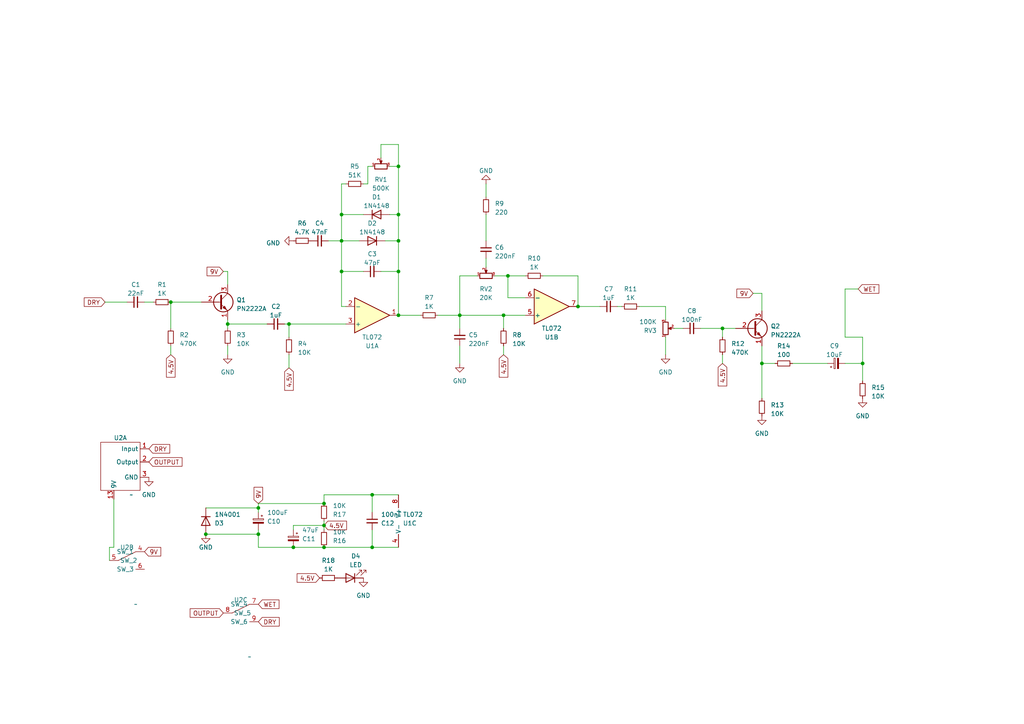
<source format=kicad_sch>
(kicad_sch (version 20230121) (generator eeschema)

  (uuid 64238d74-bda7-4ace-9c46-dd3142c2d8f0)

  (paper "A4")

  (lib_symbols
    (symbol "Amplifier_Operational:TL072" (pin_names (offset 0.127)) (in_bom yes) (on_board yes)
      (property "Reference" "U" (at 0 5.08 0)
        (effects (font (size 1.27 1.27)) (justify left))
      )
      (property "Value" "TL072" (at 0 -5.08 0)
        (effects (font (size 1.27 1.27)) (justify left))
      )
      (property "Footprint" "" (at 0 0 0)
        (effects (font (size 1.27 1.27)) hide)
      )
      (property "Datasheet" "http://www.ti.com/lit/ds/symlink/tl071.pdf" (at 0 0 0)
        (effects (font (size 1.27 1.27)) hide)
      )
      (property "ki_locked" "" (at 0 0 0)
        (effects (font (size 1.27 1.27)))
      )
      (property "ki_keywords" "dual opamp" (at 0 0 0)
        (effects (font (size 1.27 1.27)) hide)
      )
      (property "ki_description" "Dual Low-Noise JFET-Input Operational Amplifiers, DIP-8/SOIC-8" (at 0 0 0)
        (effects (font (size 1.27 1.27)) hide)
      )
      (property "ki_fp_filters" "SOIC*3.9x4.9mm*P1.27mm* DIP*W7.62mm* TO*99* OnSemi*Micro8* TSSOP*3x3mm*P0.65mm* TSSOP*4.4x3mm*P0.65mm* MSOP*3x3mm*P0.65mm* SSOP*3.9x4.9mm*P0.635mm* LFCSP*2x2mm*P0.5mm* *SIP* SOIC*5.3x6.2mm*P1.27mm*" (at 0 0 0)
        (effects (font (size 1.27 1.27)) hide)
      )
      (symbol "TL072_1_1"
        (polyline
          (pts
            (xy -5.08 5.08)
            (xy 5.08 0)
            (xy -5.08 -5.08)
            (xy -5.08 5.08)
          )
          (stroke (width 0.254) (type default))
          (fill (type background))
        )
        (pin output line (at 7.62 0 180) (length 2.54)
          (name "~" (effects (font (size 1.27 1.27))))
          (number "1" (effects (font (size 1.27 1.27))))
        )
        (pin input line (at -7.62 -2.54 0) (length 2.54)
          (name "-" (effects (font (size 1.27 1.27))))
          (number "2" (effects (font (size 1.27 1.27))))
        )
        (pin input line (at -7.62 2.54 0) (length 2.54)
          (name "+" (effects (font (size 1.27 1.27))))
          (number "3" (effects (font (size 1.27 1.27))))
        )
      )
      (symbol "TL072_2_1"
        (polyline
          (pts
            (xy -5.08 5.08)
            (xy 5.08 0)
            (xy -5.08 -5.08)
            (xy -5.08 5.08)
          )
          (stroke (width 0.254) (type default))
          (fill (type background))
        )
        (pin input line (at -7.62 2.54 0) (length 2.54)
          (name "+" (effects (font (size 1.27 1.27))))
          (number "5" (effects (font (size 1.27 1.27))))
        )
        (pin input line (at -7.62 -2.54 0) (length 2.54)
          (name "-" (effects (font (size 1.27 1.27))))
          (number "6" (effects (font (size 1.27 1.27))))
        )
        (pin output line (at 7.62 0 180) (length 2.54)
          (name "~" (effects (font (size 1.27 1.27))))
          (number "7" (effects (font (size 1.27 1.27))))
        )
      )
      (symbol "TL072_3_1"
        (pin power_in line (at -2.54 -7.62 90) (length 3.81)
          (name "V-" (effects (font (size 1.27 1.27))))
          (number "4" (effects (font (size 1.27 1.27))))
        )
        (pin power_in line (at -2.54 7.62 270) (length 3.81)
          (name "V+" (effects (font (size 1.27 1.27))))
          (number "8" (effects (font (size 1.27 1.27))))
        )
      )
    )
    (symbol "CustomPedalParts:EmptyPedal" (in_bom yes) (on_board yes)
      (property "Reference" "U" (at -10.16 7.62 0)
        (effects (font (size 1.27 1.27)))
      )
      (property "Value" "" (at -2.54 -10.16 0)
        (effects (font (size 1.27 1.27)))
      )
      (property "Footprint" "" (at -2.54 -10.16 0)
        (effects (font (size 1.27 1.27)) hide)
      )
      (property "Datasheet" "" (at -2.54 -10.16 0)
        (effects (font (size 1.27 1.27)) hide)
      )
      (property "ki_locked" "" (at 0 0 0)
        (effects (font (size 1.27 1.27)))
      )
      (symbol "EmptyPedal_1_1"
        (rectangle (start -11.43 5.08) (end 0 -8.89)
          (stroke (width 0) (type default))
          (fill (type none))
        )
        (pin output line (at 2.54 -0.635 180) (length 2.54)
          (name "Output" (effects (font (size 1.27 1.27))))
          (number "1" (effects (font (size 1.27 1.27))))
        )
        (pin passive line (at -7.62 -11.43 90) (length 2.54)
          (name "9V" (effects (font (size 1.27 1.27))))
          (number "13" (effects (font (size 1.27 1.27))))
        )
        (pin input line (at 2.54 3.175 180) (length 2.54)
          (name "Input" (effects (font (size 1.27 1.27))))
          (number "2" (effects (font (size 1.27 1.27))))
        )
        (pin passive line (at 2.54 -5.08 180) (length 2.54)
          (name "GND" (effects (font (size 1.27 1.27))))
          (number "3" (effects (font (size 1.27 1.27))))
        )
      )
      (symbol "EmptyPedal_2_1"
        (polyline
          (pts
            (xy -7.62 2.54)
            (xy -2.54 5.08)
          )
          (stroke (width 0) (type default))
          (fill (type none))
        )
        (pin passive line (at 0 5.08 180) (length 2.54)
          (name "SW_1" (effects (font (size 1.27 1.27))))
          (number "4" (effects (font (size 1.27 1.27))))
        )
        (pin passive line (at -10.16 2.54 0) (length 2.54)
          (name "SW_2" (effects (font (size 1.27 1.27))))
          (number "5" (effects (font (size 1.27 1.27))))
        )
        (pin passive line (at 0 0 180) (length 2.54)
          (name "SW_3" (effects (font (size 1.27 1.27))))
          (number "6" (effects (font (size 1.27 1.27))))
        )
      )
      (symbol "EmptyPedal_3_1"
        (polyline
          (pts
            (xy -7.62 2.54)
            (xy -2.54 5.08)
          )
          (stroke (width 0) (type default))
          (fill (type none))
        )
        (pin passive line (at 0 5.08 180) (length 2.54)
          (name "SW_4" (effects (font (size 1.27 1.27))))
          (number "7" (effects (font (size 1.27 1.27))))
        )
        (pin passive line (at -10.16 2.54 0) (length 2.54)
          (name "SW_5" (effects (font (size 1.27 1.27))))
          (number "8" (effects (font (size 1.27 1.27))))
        )
        (pin passive line (at 0 0 180) (length 2.54)
          (name "SW_6" (effects (font (size 1.27 1.27))))
          (number "9" (effects (font (size 1.27 1.27))))
        )
      )
      (symbol "EmptyPedal_4_1"
        (polyline
          (pts
            (xy -7.62 2.54)
            (xy -2.54 5.08)
          )
          (stroke (width 0) (type default))
          (fill (type none))
        )
        (pin passive line (at 0 5.08 180) (length 2.54)
          (name "SW_7" (effects (font (size 1.27 1.27))))
          (number "10" (effects (font (size 1.27 1.27))))
        )
        (pin passive line (at -10.16 2.54 0) (length 2.54)
          (name "SW_8" (effects (font (size 1.27 1.27))))
          (number "11" (effects (font (size 1.27 1.27))))
        )
        (pin passive line (at 0 0 180) (length 2.54)
          (name "SW_9" (effects (font (size 1.27 1.27))))
          (number "12" (effects (font (size 1.27 1.27))))
        )
      )
    )
    (symbol "Device:C_Polarized_Small" (pin_numbers hide) (pin_names (offset 0.254) hide) (in_bom yes) (on_board yes)
      (property "Reference" "C" (at 0.254 1.778 0)
        (effects (font (size 1.27 1.27)) (justify left))
      )
      (property "Value" "C_Polarized_Small" (at 0.254 -2.032 0)
        (effects (font (size 1.27 1.27)) (justify left))
      )
      (property "Footprint" "" (at 0 0 0)
        (effects (font (size 1.27 1.27)) hide)
      )
      (property "Datasheet" "~" (at 0 0 0)
        (effects (font (size 1.27 1.27)) hide)
      )
      (property "ki_keywords" "cap capacitor" (at 0 0 0)
        (effects (font (size 1.27 1.27)) hide)
      )
      (property "ki_description" "Polarized capacitor, small symbol" (at 0 0 0)
        (effects (font (size 1.27 1.27)) hide)
      )
      (property "ki_fp_filters" "CP_*" (at 0 0 0)
        (effects (font (size 1.27 1.27)) hide)
      )
      (symbol "C_Polarized_Small_0_1"
        (rectangle (start -1.524 -0.3048) (end 1.524 -0.6858)
          (stroke (width 0) (type default))
          (fill (type outline))
        )
        (rectangle (start -1.524 0.6858) (end 1.524 0.3048)
          (stroke (width 0) (type default))
          (fill (type none))
        )
        (polyline
          (pts
            (xy -1.27 1.524)
            (xy -0.762 1.524)
          )
          (stroke (width 0) (type default))
          (fill (type none))
        )
        (polyline
          (pts
            (xy -1.016 1.27)
            (xy -1.016 1.778)
          )
          (stroke (width 0) (type default))
          (fill (type none))
        )
      )
      (symbol "C_Polarized_Small_1_1"
        (pin passive line (at 0 2.54 270) (length 1.8542)
          (name "~" (effects (font (size 1.27 1.27))))
          (number "1" (effects (font (size 1.27 1.27))))
        )
        (pin passive line (at 0 -2.54 90) (length 1.8542)
          (name "~" (effects (font (size 1.27 1.27))))
          (number "2" (effects (font (size 1.27 1.27))))
        )
      )
    )
    (symbol "Device:C_Small" (pin_numbers hide) (pin_names (offset 0.254) hide) (in_bom yes) (on_board yes)
      (property "Reference" "C" (at 0.254 1.778 0)
        (effects (font (size 1.27 1.27)) (justify left))
      )
      (property "Value" "C_Small" (at 0.254 -2.032 0)
        (effects (font (size 1.27 1.27)) (justify left))
      )
      (property "Footprint" "" (at 0 0 0)
        (effects (font (size 1.27 1.27)) hide)
      )
      (property "Datasheet" "~" (at 0 0 0)
        (effects (font (size 1.27 1.27)) hide)
      )
      (property "ki_keywords" "capacitor cap" (at 0 0 0)
        (effects (font (size 1.27 1.27)) hide)
      )
      (property "ki_description" "Unpolarized capacitor, small symbol" (at 0 0 0)
        (effects (font (size 1.27 1.27)) hide)
      )
      (property "ki_fp_filters" "C_*" (at 0 0 0)
        (effects (font (size 1.27 1.27)) hide)
      )
      (symbol "C_Small_0_1"
        (polyline
          (pts
            (xy -1.524 -0.508)
            (xy 1.524 -0.508)
          )
          (stroke (width 0.3302) (type default))
          (fill (type none))
        )
        (polyline
          (pts
            (xy -1.524 0.508)
            (xy 1.524 0.508)
          )
          (stroke (width 0.3048) (type default))
          (fill (type none))
        )
      )
      (symbol "C_Small_1_1"
        (pin passive line (at 0 2.54 270) (length 2.032)
          (name "~" (effects (font (size 1.27 1.27))))
          (number "1" (effects (font (size 1.27 1.27))))
        )
        (pin passive line (at 0 -2.54 90) (length 2.032)
          (name "~" (effects (font (size 1.27 1.27))))
          (number "2" (effects (font (size 1.27 1.27))))
        )
      )
    )
    (symbol "Device:LED" (pin_numbers hide) (pin_names (offset 1.016) hide) (in_bom yes) (on_board yes)
      (property "Reference" "D" (at 0 2.54 0)
        (effects (font (size 1.27 1.27)))
      )
      (property "Value" "LED" (at 0 -2.54 0)
        (effects (font (size 1.27 1.27)))
      )
      (property "Footprint" "" (at 0 0 0)
        (effects (font (size 1.27 1.27)) hide)
      )
      (property "Datasheet" "~" (at 0 0 0)
        (effects (font (size 1.27 1.27)) hide)
      )
      (property "ki_keywords" "LED diode" (at 0 0 0)
        (effects (font (size 1.27 1.27)) hide)
      )
      (property "ki_description" "Light emitting diode" (at 0 0 0)
        (effects (font (size 1.27 1.27)) hide)
      )
      (property "ki_fp_filters" "LED* LED_SMD:* LED_THT:*" (at 0 0 0)
        (effects (font (size 1.27 1.27)) hide)
      )
      (symbol "LED_0_1"
        (polyline
          (pts
            (xy -1.27 -1.27)
            (xy -1.27 1.27)
          )
          (stroke (width 0.254) (type default))
          (fill (type none))
        )
        (polyline
          (pts
            (xy -1.27 0)
            (xy 1.27 0)
          )
          (stroke (width 0) (type default))
          (fill (type none))
        )
        (polyline
          (pts
            (xy 1.27 -1.27)
            (xy 1.27 1.27)
            (xy -1.27 0)
            (xy 1.27 -1.27)
          )
          (stroke (width 0.254) (type default))
          (fill (type none))
        )
        (polyline
          (pts
            (xy -3.048 -0.762)
            (xy -4.572 -2.286)
            (xy -3.81 -2.286)
            (xy -4.572 -2.286)
            (xy -4.572 -1.524)
          )
          (stroke (width 0) (type default))
          (fill (type none))
        )
        (polyline
          (pts
            (xy -1.778 -0.762)
            (xy -3.302 -2.286)
            (xy -2.54 -2.286)
            (xy -3.302 -2.286)
            (xy -3.302 -1.524)
          )
          (stroke (width 0) (type default))
          (fill (type none))
        )
      )
      (symbol "LED_1_1"
        (pin passive line (at -3.81 0 0) (length 2.54)
          (name "K" (effects (font (size 1.27 1.27))))
          (number "1" (effects (font (size 1.27 1.27))))
        )
        (pin passive line (at 3.81 0 180) (length 2.54)
          (name "A" (effects (font (size 1.27 1.27))))
          (number "2" (effects (font (size 1.27 1.27))))
        )
      )
    )
    (symbol "Device:R_Potentiometer_Small" (pin_names (offset 1.016) hide) (in_bom yes) (on_board yes)
      (property "Reference" "RV" (at -4.445 0 90)
        (effects (font (size 1.27 1.27)))
      )
      (property "Value" "R_Potentiometer_Small" (at -2.54 0 90)
        (effects (font (size 1.27 1.27)))
      )
      (property "Footprint" "" (at 0 0 0)
        (effects (font (size 1.27 1.27)) hide)
      )
      (property "Datasheet" "~" (at 0 0 0)
        (effects (font (size 1.27 1.27)) hide)
      )
      (property "ki_keywords" "resistor variable" (at 0 0 0)
        (effects (font (size 1.27 1.27)) hide)
      )
      (property "ki_description" "Potentiometer" (at 0 0 0)
        (effects (font (size 1.27 1.27)) hide)
      )
      (property "ki_fp_filters" "Potentiometer*" (at 0 0 0)
        (effects (font (size 1.27 1.27)) hide)
      )
      (symbol "R_Potentiometer_Small_0_1"
        (polyline
          (pts
            (xy 0.889 0)
            (xy 0.635 0)
            (xy 1.651 0.381)
            (xy 1.651 -0.381)
            (xy 0.635 0)
            (xy 0.889 0)
          )
          (stroke (width 0) (type default))
          (fill (type outline))
        )
        (rectangle (start 0.762 1.8034) (end -0.762 -1.8034)
          (stroke (width 0.254) (type default))
          (fill (type none))
        )
      )
      (symbol "R_Potentiometer_Small_1_1"
        (pin passive line (at 0 2.54 270) (length 0.635)
          (name "1" (effects (font (size 0.635 0.635))))
          (number "1" (effects (font (size 0.635 0.635))))
        )
        (pin passive line (at 2.54 0 180) (length 0.9906)
          (name "2" (effects (font (size 0.635 0.635))))
          (number "2" (effects (font (size 0.635 0.635))))
        )
        (pin passive line (at 0 -2.54 90) (length 0.635)
          (name "3" (effects (font (size 0.635 0.635))))
          (number "3" (effects (font (size 0.635 0.635))))
        )
      )
    )
    (symbol "Device:R_Small" (pin_numbers hide) (pin_names (offset 0.254) hide) (in_bom yes) (on_board yes)
      (property "Reference" "R" (at 0.762 0.508 0)
        (effects (font (size 1.27 1.27)) (justify left))
      )
      (property "Value" "R_Small" (at 0.762 -1.016 0)
        (effects (font (size 1.27 1.27)) (justify left))
      )
      (property "Footprint" "" (at 0 0 0)
        (effects (font (size 1.27 1.27)) hide)
      )
      (property "Datasheet" "~" (at 0 0 0)
        (effects (font (size 1.27 1.27)) hide)
      )
      (property "ki_keywords" "R resistor" (at 0 0 0)
        (effects (font (size 1.27 1.27)) hide)
      )
      (property "ki_description" "Resistor, small symbol" (at 0 0 0)
        (effects (font (size 1.27 1.27)) hide)
      )
      (property "ki_fp_filters" "R_*" (at 0 0 0)
        (effects (font (size 1.27 1.27)) hide)
      )
      (symbol "R_Small_0_1"
        (rectangle (start -0.762 1.778) (end 0.762 -1.778)
          (stroke (width 0.2032) (type default))
          (fill (type none))
        )
      )
      (symbol "R_Small_1_1"
        (pin passive line (at 0 2.54 270) (length 0.762)
          (name "~" (effects (font (size 1.27 1.27))))
          (number "1" (effects (font (size 1.27 1.27))))
        )
        (pin passive line (at 0 -2.54 90) (length 0.762)
          (name "~" (effects (font (size 1.27 1.27))))
          (number "2" (effects (font (size 1.27 1.27))))
        )
      )
    )
    (symbol "Diode:1N4001" (pin_numbers hide) (pin_names hide) (in_bom yes) (on_board yes)
      (property "Reference" "D" (at 0 2.54 0)
        (effects (font (size 1.27 1.27)))
      )
      (property "Value" "1N4001" (at 0 -2.54 0)
        (effects (font (size 1.27 1.27)))
      )
      (property "Footprint" "Diode_THT:D_DO-41_SOD81_P10.16mm_Horizontal" (at 0 0 0)
        (effects (font (size 1.27 1.27)) hide)
      )
      (property "Datasheet" "http://www.vishay.com/docs/88503/1n4001.pdf" (at 0 0 0)
        (effects (font (size 1.27 1.27)) hide)
      )
      (property "Sim.Device" "D" (at 0 0 0)
        (effects (font (size 1.27 1.27)) hide)
      )
      (property "Sim.Pins" "1=K 2=A" (at 0 0 0)
        (effects (font (size 1.27 1.27)) hide)
      )
      (property "ki_keywords" "diode" (at 0 0 0)
        (effects (font (size 1.27 1.27)) hide)
      )
      (property "ki_description" "50V 1A General Purpose Rectifier Diode, DO-41" (at 0 0 0)
        (effects (font (size 1.27 1.27)) hide)
      )
      (property "ki_fp_filters" "D*DO?41*" (at 0 0 0)
        (effects (font (size 1.27 1.27)) hide)
      )
      (symbol "1N4001_0_1"
        (polyline
          (pts
            (xy -1.27 1.27)
            (xy -1.27 -1.27)
          )
          (stroke (width 0.254) (type default))
          (fill (type none))
        )
        (polyline
          (pts
            (xy 1.27 0)
            (xy -1.27 0)
          )
          (stroke (width 0) (type default))
          (fill (type none))
        )
        (polyline
          (pts
            (xy 1.27 1.27)
            (xy 1.27 -1.27)
            (xy -1.27 0)
            (xy 1.27 1.27)
          )
          (stroke (width 0.254) (type default))
          (fill (type none))
        )
      )
      (symbol "1N4001_1_1"
        (pin passive line (at -3.81 0 0) (length 2.54)
          (name "K" (effects (font (size 1.27 1.27))))
          (number "1" (effects (font (size 1.27 1.27))))
        )
        (pin passive line (at 3.81 0 180) (length 2.54)
          (name "A" (effects (font (size 1.27 1.27))))
          (number "2" (effects (font (size 1.27 1.27))))
        )
      )
    )
    (symbol "Diode:1N4148" (pin_numbers hide) (pin_names hide) (in_bom yes) (on_board yes)
      (property "Reference" "D" (at 0 2.54 0)
        (effects (font (size 1.27 1.27)))
      )
      (property "Value" "1N4148" (at 0 -2.54 0)
        (effects (font (size 1.27 1.27)))
      )
      (property "Footprint" "Diode_THT:D_DO-35_SOD27_P7.62mm_Horizontal" (at 0 0 0)
        (effects (font (size 1.27 1.27)) hide)
      )
      (property "Datasheet" "https://assets.nexperia.com/documents/data-sheet/1N4148_1N4448.pdf" (at 0 0 0)
        (effects (font (size 1.27 1.27)) hide)
      )
      (property "Sim.Device" "D" (at 0 0 0)
        (effects (font (size 1.27 1.27)) hide)
      )
      (property "Sim.Pins" "1=K 2=A" (at 0 0 0)
        (effects (font (size 1.27 1.27)) hide)
      )
      (property "ki_keywords" "diode" (at 0 0 0)
        (effects (font (size 1.27 1.27)) hide)
      )
      (property "ki_description" "100V 0.15A standard switching diode, DO-35" (at 0 0 0)
        (effects (font (size 1.27 1.27)) hide)
      )
      (property "ki_fp_filters" "D*DO?35*" (at 0 0 0)
        (effects (font (size 1.27 1.27)) hide)
      )
      (symbol "1N4148_0_1"
        (polyline
          (pts
            (xy -1.27 1.27)
            (xy -1.27 -1.27)
          )
          (stroke (width 0.254) (type default))
          (fill (type none))
        )
        (polyline
          (pts
            (xy 1.27 0)
            (xy -1.27 0)
          )
          (stroke (width 0) (type default))
          (fill (type none))
        )
        (polyline
          (pts
            (xy 1.27 1.27)
            (xy 1.27 -1.27)
            (xy -1.27 0)
            (xy 1.27 1.27)
          )
          (stroke (width 0.254) (type default))
          (fill (type none))
        )
      )
      (symbol "1N4148_1_1"
        (pin passive line (at -3.81 0 0) (length 2.54)
          (name "K" (effects (font (size 1.27 1.27))))
          (number "1" (effects (font (size 1.27 1.27))))
        )
        (pin passive line (at 3.81 0 180) (length 2.54)
          (name "A" (effects (font (size 1.27 1.27))))
          (number "2" (effects (font (size 1.27 1.27))))
        )
      )
    )
    (symbol "EmptyPedal_1" (in_bom yes) (on_board yes)
      (property "Reference" "U" (at -10.16 7.62 0)
        (effects (font (size 1.27 1.27)))
      )
      (property "Value" "" (at -2.54 -10.16 0)
        (effects (font (size 1.27 1.27)))
      )
      (property "Footprint" "" (at -2.54 -10.16 0)
        (effects (font (size 1.27 1.27)) hide)
      )
      (property "Datasheet" "" (at -2.54 -10.16 0)
        (effects (font (size 1.27 1.27)) hide)
      )
      (property "ki_locked" "" (at 0 0 0)
        (effects (font (size 1.27 1.27)))
      )
      (symbol "EmptyPedal_1_1_1"
        (rectangle (start -11.43 5.08) (end 0 -8.89)
          (stroke (width 0) (type default))
          (fill (type none))
        )
        (pin input line (at 2.54 3.175 180) (length 2.54)
          (name "Input" (effects (font (size 1.27 1.27))))
          (number "1" (effects (font (size 1.27 1.27))))
        )
        (pin passive line (at -7.62 -11.43 90) (length 2.54)
          (name "9V" (effects (font (size 1.27 1.27))))
          (number "13" (effects (font (size 1.27 1.27))))
        )
        (pin output line (at 2.54 -0.635 180) (length 2.54)
          (name "Output" (effects (font (size 1.27 1.27))))
          (number "2" (effects (font (size 1.27 1.27))))
        )
        (pin passive line (at 2.54 -5.08 180) (length 2.54)
          (name "GND" (effects (font (size 1.27 1.27))))
          (number "3" (effects (font (size 1.27 1.27))))
        )
      )
      (symbol "EmptyPedal_1_2_1"
        (polyline
          (pts
            (xy -7.62 2.54)
            (xy -2.54 5.08)
          )
          (stroke (width 0) (type default))
          (fill (type none))
        )
        (pin passive line (at 0 5.08 180) (length 2.54)
          (name "SW_1" (effects (font (size 1.27 1.27))))
          (number "4" (effects (font (size 1.27 1.27))))
        )
        (pin passive line (at -10.16 2.54 0) (length 2.54)
          (name "SW_2" (effects (font (size 1.27 1.27))))
          (number "5" (effects (font (size 1.27 1.27))))
        )
        (pin passive line (at 0 0 180) (length 2.54)
          (name "SW_3" (effects (font (size 1.27 1.27))))
          (number "6" (effects (font (size 1.27 1.27))))
        )
      )
      (symbol "EmptyPedal_1_3_1"
        (polyline
          (pts
            (xy -7.62 2.54)
            (xy -2.54 5.08)
          )
          (stroke (width 0) (type default))
          (fill (type none))
        )
        (pin passive line (at 0 5.08 180) (length 2.54)
          (name "SW_4" (effects (font (size 1.27 1.27))))
          (number "7" (effects (font (size 1.27 1.27))))
        )
        (pin passive line (at -10.16 2.54 0) (length 2.54)
          (name "SW_5" (effects (font (size 1.27 1.27))))
          (number "8" (effects (font (size 1.27 1.27))))
        )
        (pin passive line (at 0 0 180) (length 2.54)
          (name "SW_6" (effects (font (size 1.27 1.27))))
          (number "9" (effects (font (size 1.27 1.27))))
        )
      )
      (symbol "EmptyPedal_1_4_1"
        (polyline
          (pts
            (xy -7.62 2.54)
            (xy -2.54 5.08)
          )
          (stroke (width 0) (type default))
          (fill (type none))
        )
        (pin passive line (at 0 5.08 180) (length 2.54)
          (name "SW_7" (effects (font (size 1.27 1.27))))
          (number "10" (effects (font (size 1.27 1.27))))
        )
        (pin passive line (at -10.16 2.54 0) (length 2.54)
          (name "SW_8" (effects (font (size 1.27 1.27))))
          (number "11" (effects (font (size 1.27 1.27))))
        )
        (pin passive line (at 0 0 180) (length 2.54)
          (name "SW_9" (effects (font (size 1.27 1.27))))
          (number "12" (effects (font (size 1.27 1.27))))
        )
      )
    )
    (symbol "Transistor_BJT:PN2222A" (pin_names (offset 0) hide) (in_bom yes) (on_board yes)
      (property "Reference" "Q" (at 5.08 1.905 0)
        (effects (font (size 1.27 1.27)) (justify left))
      )
      (property "Value" "PN2222A" (at 5.08 0 0)
        (effects (font (size 1.27 1.27)) (justify left))
      )
      (property "Footprint" "Package_TO_SOT_THT:TO-92_Inline" (at 5.08 -1.905 0)
        (effects (font (size 1.27 1.27) italic) (justify left) hide)
      )
      (property "Datasheet" "https://www.onsemi.com/pub/Collateral/PN2222-D.PDF" (at 0 0 0)
        (effects (font (size 1.27 1.27)) (justify left) hide)
      )
      (property "ki_keywords" "NPN Transistor" (at 0 0 0)
        (effects (font (size 1.27 1.27)) hide)
      )
      (property "ki_description" "1A Ic, 40V Vce, NPN Transistor, General Purpose Transistor, TO-92" (at 0 0 0)
        (effects (font (size 1.27 1.27)) hide)
      )
      (property "ki_fp_filters" "TO?92*" (at 0 0 0)
        (effects (font (size 1.27 1.27)) hide)
      )
      (symbol "PN2222A_0_1"
        (polyline
          (pts
            (xy 0 0)
            (xy 0.635 0)
          )
          (stroke (width 0) (type default))
          (fill (type none))
        )
        (polyline
          (pts
            (xy 2.54 -2.54)
            (xy 0.635 -0.635)
          )
          (stroke (width 0) (type default))
          (fill (type none))
        )
        (polyline
          (pts
            (xy 2.54 2.54)
            (xy 0.635 0.635)
          )
          (stroke (width 0) (type default))
          (fill (type none))
        )
        (polyline
          (pts
            (xy 0.635 1.905)
            (xy 0.635 -1.905)
            (xy 0.635 -1.905)
          )
          (stroke (width 0.508) (type default))
          (fill (type none))
        )
        (polyline
          (pts
            (xy 2.413 -2.413)
            (xy 1.905 -1.905)
            (xy 1.905 -1.905)
          )
          (stroke (width 0) (type default))
          (fill (type none))
        )
        (polyline
          (pts
            (xy 1.143 -1.651)
            (xy 1.651 -1.143)
            (xy 2.159 -2.159)
            (xy 1.143 -1.651)
            (xy 1.143 -1.651)
          )
          (stroke (width 0) (type default))
          (fill (type outline))
        )
        (circle (center 1.27 0) (radius 2.8194)
          (stroke (width 0.254) (type default))
          (fill (type none))
        )
      )
      (symbol "PN2222A_1_1"
        (pin passive line (at 2.54 -5.08 90) (length 2.54)
          (name "E" (effects (font (size 1.27 1.27))))
          (number "1" (effects (font (size 1.27 1.27))))
        )
        (pin input line (at -5.08 0 0) (length 5.08)
          (name "B" (effects (font (size 1.27 1.27))))
          (number "2" (effects (font (size 1.27 1.27))))
        )
        (pin passive line (at 2.54 5.08 270) (length 2.54)
          (name "C" (effects (font (size 1.27 1.27))))
          (number "3" (effects (font (size 1.27 1.27))))
        )
      )
    )
    (symbol "power:GND" (power) (pin_names (offset 0)) (in_bom yes) (on_board yes)
      (property "Reference" "#PWR" (at 0 -6.35 0)
        (effects (font (size 1.27 1.27)) hide)
      )
      (property "Value" "GND" (at 0 -3.81 0)
        (effects (font (size 1.27 1.27)))
      )
      (property "Footprint" "" (at 0 0 0)
        (effects (font (size 1.27 1.27)) hide)
      )
      (property "Datasheet" "" (at 0 0 0)
        (effects (font (size 1.27 1.27)) hide)
      )
      (property "ki_keywords" "global power" (at 0 0 0)
        (effects (font (size 1.27 1.27)) hide)
      )
      (property "ki_description" "Power symbol creates a global label with name \"GND\" , ground" (at 0 0 0)
        (effects (font (size 1.27 1.27)) hide)
      )
      (symbol "GND_0_1"
        (polyline
          (pts
            (xy 0 0)
            (xy 0 -1.27)
            (xy 1.27 -1.27)
            (xy 0 -2.54)
            (xy -1.27 -1.27)
            (xy 0 -1.27)
          )
          (stroke (width 0) (type default))
          (fill (type none))
        )
      )
      (symbol "GND_1_1"
        (pin power_in line (at 0 0 270) (length 0) hide
          (name "GND" (effects (font (size 1.27 1.27))))
          (number "1" (effects (font (size 1.27 1.27))))
        )
      )
    )
  )

  (junction (at 74.93 147.32) (diameter 0) (color 0 0 0 0)
    (uuid 0587e7ec-bb56-4181-afff-d88855829fba)
  )
  (junction (at 107.95 143.51) (diameter 0) (color 0 0 0 0)
    (uuid 172e4e01-ca9d-4726-952d-57b51fb9ed5f)
  )
  (junction (at 209.55 95.25) (diameter 0) (color 0 0 0 0)
    (uuid 173d3fed-772c-41d4-ba6c-f9ba86a350a5)
  )
  (junction (at 74.93 154.94) (diameter 0) (color 0 0 0 0)
    (uuid 1756854c-5bfc-428d-95fc-59019cde9e74)
  )
  (junction (at 107.95 158.75) (diameter 0) (color 0 0 0 0)
    (uuid 2684f904-a2cc-4c21-980e-5daca7793807)
  )
  (junction (at 115.57 91.44) (diameter 0) (color 0 0 0 0)
    (uuid 36e30837-48ac-4734-92d1-ff74e8500a13)
  )
  (junction (at 99.06 78.74) (diameter 0) (color 0 0 0 0)
    (uuid 380be53c-c0f3-407e-aac7-9d254a607949)
  )
  (junction (at 147.32 80.01) (diameter 0) (color 0 0 0 0)
    (uuid 48830baf-d91b-47d4-b97b-bde2375d5732)
  )
  (junction (at 250.19 105.41) (diameter 0) (color 0 0 0 0)
    (uuid 4a5dd495-4436-4214-b748-b56d678b5092)
  )
  (junction (at 115.57 62.23) (diameter 0) (color 0 0 0 0)
    (uuid 4b68de02-ffc6-4309-80c2-95caffa720c2)
  )
  (junction (at 115.57 69.85) (diameter 0) (color 0 0 0 0)
    (uuid 5785881d-3760-443a-bc5f-f8d6fa125007)
  )
  (junction (at 115.57 78.74) (diameter 0) (color 0 0 0 0)
    (uuid 58b0abe6-72aa-4061-8f32-effd7b59bb94)
  )
  (junction (at 93.98 152.4) (diameter 0) (color 0 0 0 0)
    (uuid 612d59c9-e719-45b6-a5fc-738237542655)
  )
  (junction (at 66.04 93.98) (diameter 0) (color 0 0 0 0)
    (uuid 6a648568-d2c7-487b-a64a-cb714444beee)
  )
  (junction (at 146.05 91.44) (diameter 0) (color 0 0 0 0)
    (uuid 7b085134-eacf-4bfe-b552-0c57a3718157)
  )
  (junction (at 133.35 91.44) (diameter 0) (color 0 0 0 0)
    (uuid 7b18e57f-aade-4310-9810-652592cf8082)
  )
  (junction (at 220.98 105.41) (diameter 0) (color 0 0 0 0)
    (uuid 94d7f487-38f3-4269-bfad-d2c1e3a3103c)
  )
  (junction (at 59.69 154.94) (diameter 0) (color 0 0 0 0)
    (uuid 9d801655-52ce-4bd8-aa30-6732bb861734)
  )
  (junction (at 93.98 146.05) (diameter 0) (color 0 0 0 0)
    (uuid a61a15a7-b7a1-449a-9a86-51efea8d062d)
  )
  (junction (at 115.57 48.26) (diameter 0) (color 0 0 0 0)
    (uuid a8860033-41fc-400a-b2cc-6613a19cd7b7)
  )
  (junction (at 49.53 87.63) (diameter 0) (color 0 0 0 0)
    (uuid af7dd781-7376-49c8-98a0-96dbd2502007)
  )
  (junction (at 93.98 158.75) (diameter 0) (color 0 0 0 0)
    (uuid b069ca55-a5a4-4f05-bd12-17f5264002f3)
  )
  (junction (at 167.64 88.9) (diameter 0) (color 0 0 0 0)
    (uuid bd4f1386-0599-4292-a4ba-86d2c5ed2a31)
  )
  (junction (at 83.82 93.98) (diameter 0) (color 0 0 0 0)
    (uuid c48b8a00-51c1-4024-99de-1dd99f00cd0c)
  )
  (junction (at 99.06 69.85) (diameter 0) (color 0 0 0 0)
    (uuid cd11ab0c-46ef-4ae0-bf29-49417b4755fc)
  )
  (junction (at 99.06 62.23) (diameter 0) (color 0 0 0 0)
    (uuid dc7070af-9f02-4b1b-a719-a6afacdcc4cf)
  )
  (junction (at 85.09 158.75) (diameter 0) (color 0 0 0 0)
    (uuid e33dbbfc-0293-4338-bcfd-73a00ed44df3)
  )

  (wire (pts (xy 93.98 146.05) (xy 74.93 146.05))
    (stroke (width 0) (type default))
    (uuid 04a288d2-3e54-4d8e-86c1-25f14a75f606)
  )
  (wire (pts (xy 49.53 87.63) (xy 49.53 95.25))
    (stroke (width 0) (type default))
    (uuid 04be2923-f2ca-4dbe-b6b9-9f16bda5de98)
  )
  (wire (pts (xy 115.57 62.23) (xy 115.57 69.85))
    (stroke (width 0) (type default))
    (uuid 04d64221-d7cb-4bba-aa7b-80503199aa8d)
  )
  (wire (pts (xy 100.33 53.34) (xy 99.06 53.34))
    (stroke (width 0) (type default))
    (uuid 05726c28-f78a-4de7-847f-fc4439435eae)
  )
  (wire (pts (xy 115.57 69.85) (xy 115.57 78.74))
    (stroke (width 0) (type default))
    (uuid 05d93adb-2ec7-45d8-be43-613acc431a85)
  )
  (wire (pts (xy 133.35 95.25) (xy 133.35 91.44))
    (stroke (width 0) (type default))
    (uuid 076e394d-c10a-44f4-9db0-4987c45211b5)
  )
  (wire (pts (xy 220.98 105.41) (xy 220.98 100.33))
    (stroke (width 0) (type default))
    (uuid 098c4299-09d3-4a8e-bdc6-ae0e76d75624)
  )
  (wire (pts (xy 74.93 146.05) (xy 74.93 147.32))
    (stroke (width 0) (type default))
    (uuid 0b049246-8c2f-43a6-b5a3-8f5abe352319)
  )
  (wire (pts (xy 66.04 93.98) (xy 77.47 93.98))
    (stroke (width 0) (type default))
    (uuid 0c9d582e-ee3f-442c-bd69-535c8e0c6101)
  )
  (wire (pts (xy 180.34 88.9) (xy 179.07 88.9))
    (stroke (width 0) (type default))
    (uuid 0f44355b-4794-415b-b6ca-b4d96a4c510d)
  )
  (wire (pts (xy 58.42 87.63) (xy 49.53 87.63))
    (stroke (width 0) (type default))
    (uuid 10bb0d87-b33d-4993-b44e-f909a236f5ee)
  )
  (wire (pts (xy 74.93 153.67) (xy 74.93 154.94))
    (stroke (width 0) (type default))
    (uuid 13d0f0aa-c7e5-4a19-9e42-000f4fff5923)
  )
  (wire (pts (xy 107.95 48.26) (xy 106.68 48.26))
    (stroke (width 0) (type default))
    (uuid 1599f111-5dc3-44ba-b492-f7e269bd99df)
  )
  (wire (pts (xy 66.04 102.87) (xy 66.04 100.33))
    (stroke (width 0) (type default))
    (uuid 177e04d5-94e6-43b0-a9a3-c93ce0a32baf)
  )
  (wire (pts (xy 138.43 80.01) (xy 133.35 80.01))
    (stroke (width 0) (type default))
    (uuid 1dffed72-c2f3-4191-86be-f075aa45bf33)
  )
  (wire (pts (xy 121.92 91.44) (xy 115.57 91.44))
    (stroke (width 0) (type default))
    (uuid 20b676c1-620f-4b29-8661-441249366bb8)
  )
  (wire (pts (xy 248.92 83.82) (xy 245.11 83.82))
    (stroke (width 0) (type default))
    (uuid 22316c65-53f0-4e74-9f9e-b903a1e57fb2)
  )
  (wire (pts (xy 93.98 151.13) (xy 93.98 152.4))
    (stroke (width 0) (type default))
    (uuid 22e4a1af-ebe0-4508-96fa-e1d7ede04eb0)
  )
  (wire (pts (xy 193.04 102.87) (xy 193.04 97.79))
    (stroke (width 0) (type default))
    (uuid 2517fc6f-a184-4b58-bf91-7569e4d9bbc3)
  )
  (wire (pts (xy 85.09 158.75) (xy 74.93 158.75))
    (stroke (width 0) (type default))
    (uuid 260004b9-e830-4bed-9f64-f100edbb22c2)
  )
  (wire (pts (xy 44.45 87.63) (xy 41.91 87.63))
    (stroke (width 0) (type default))
    (uuid 299c560d-9bdc-4825-a969-ce7bdaad349f)
  )
  (wire (pts (xy 185.42 88.9) (xy 193.04 88.9))
    (stroke (width 0) (type default))
    (uuid 3031312c-2116-48c5-ba63-0c29994ba4c5)
  )
  (wire (pts (xy 143.51 80.01) (xy 147.32 80.01))
    (stroke (width 0) (type default))
    (uuid 30a75483-e6fd-488b-ab94-50b79bdfcff9)
  )
  (wire (pts (xy 99.06 78.74) (xy 99.06 88.9))
    (stroke (width 0) (type default))
    (uuid 3251bfcd-0136-4bd7-af35-940d3d076f8c)
  )
  (wire (pts (xy 220.98 85.09) (xy 218.44 85.09))
    (stroke (width 0) (type default))
    (uuid 32996d11-9d16-4982-b0c1-110d38e72ca0)
  )
  (wire (pts (xy 140.97 74.93) (xy 140.97 77.47))
    (stroke (width 0) (type default))
    (uuid 32b7666f-c185-4d75-aac9-bc1b2d63e655)
  )
  (wire (pts (xy 115.57 41.91) (xy 115.57 48.26))
    (stroke (width 0) (type default))
    (uuid 357d6d72-14a1-4e38-a278-eb6f281da7ad)
  )
  (wire (pts (xy 224.79 105.41) (xy 220.98 105.41))
    (stroke (width 0) (type default))
    (uuid 37fd3980-73b8-4134-9b48-10db8c413ce6)
  )
  (wire (pts (xy 140.97 53.34) (xy 140.97 57.15))
    (stroke (width 0) (type default))
    (uuid 3b784ebb-69a9-4603-99dc-81d629b905c7)
  )
  (wire (pts (xy 93.98 152.4) (xy 93.98 153.67))
    (stroke (width 0) (type default))
    (uuid 3e56e39b-42fb-4d0f-86a1-6db33bb8bc12)
  )
  (wire (pts (xy 245.11 105.41) (xy 250.19 105.41))
    (stroke (width 0) (type default))
    (uuid 423d3a2d-2e38-4606-b754-00798ec2b2b0)
  )
  (wire (pts (xy 146.05 91.44) (xy 133.35 91.44))
    (stroke (width 0) (type default))
    (uuid 439233c7-2362-46bb-a315-cf5f5420696a)
  )
  (wire (pts (xy 152.4 80.01) (xy 147.32 80.01))
    (stroke (width 0) (type default))
    (uuid 4842d631-7436-4b2d-b985-e51f2830fcdd)
  )
  (wire (pts (xy 110.49 78.74) (xy 115.57 78.74))
    (stroke (width 0) (type default))
    (uuid 4f640888-1674-472a-9f11-f5560658051e)
  )
  (wire (pts (xy 83.82 97.79) (xy 83.82 93.98))
    (stroke (width 0) (type default))
    (uuid 512b91d6-02f2-482e-8d0e-1696518ced27)
  )
  (wire (pts (xy 133.35 105.41) (xy 133.35 100.33))
    (stroke (width 0) (type default))
    (uuid 51404879-17a5-4702-aee5-c59d7b8a0cd5)
  )
  (wire (pts (xy 146.05 102.87) (xy 146.05 100.33))
    (stroke (width 0) (type default))
    (uuid 517d37cd-1a2f-4371-8e45-db9f788d4be3)
  )
  (wire (pts (xy 74.93 154.94) (xy 59.69 154.94))
    (stroke (width 0) (type default))
    (uuid 59620c1a-13cc-494b-9945-39f318d95d8d)
  )
  (wire (pts (xy 220.98 115.57) (xy 220.98 105.41))
    (stroke (width 0) (type default))
    (uuid 5b3a7447-13d7-49ab-a172-921411f07579)
  )
  (wire (pts (xy 99.06 53.34) (xy 99.06 62.23))
    (stroke (width 0) (type default))
    (uuid 5d586a43-f72c-4b28-96ad-47400e7b1667)
  )
  (wire (pts (xy 33.02 144.78) (xy 33.02 158.75))
    (stroke (width 0) (type default))
    (uuid 5e91d75a-2558-49e0-9e16-7b3756b97e1f)
  )
  (wire (pts (xy 213.36 95.25) (xy 209.55 95.25))
    (stroke (width 0) (type default))
    (uuid 5f65bcfb-d6db-461b-9d41-6b6e1b8ae511)
  )
  (wire (pts (xy 85.09 153.67) (xy 85.09 152.4))
    (stroke (width 0) (type default))
    (uuid 60a06be0-614e-4e89-9a8e-4fd31d762a4d)
  )
  (wire (pts (xy 240.03 105.41) (xy 229.87 105.41))
    (stroke (width 0) (type default))
    (uuid 60c5d3ce-179f-49ca-9686-6d5d8db7aecf)
  )
  (wire (pts (xy 106.68 53.34) (xy 105.41 53.34))
    (stroke (width 0) (type default))
    (uuid 65052a3a-bc42-4366-865b-3dc650ee47df)
  )
  (wire (pts (xy 110.49 41.91) (xy 115.57 41.91))
    (stroke (width 0) (type default))
    (uuid 6820e12f-997b-42fb-8252-bb27c760a630)
  )
  (wire (pts (xy 99.06 69.85) (xy 99.06 78.74))
    (stroke (width 0) (type default))
    (uuid 68c05c13-4077-4fa5-b144-c55f4883ffcf)
  )
  (wire (pts (xy 100.33 93.98) (xy 83.82 93.98))
    (stroke (width 0) (type default))
    (uuid 6a35934b-dbd9-43dd-b16c-df65baf1db46)
  )
  (wire (pts (xy 31.75 158.75) (xy 31.75 162.56))
    (stroke (width 0) (type default))
    (uuid 6ab38340-a711-4f92-a146-0bd1b3710cf3)
  )
  (wire (pts (xy 245.11 83.82) (xy 245.11 97.79))
    (stroke (width 0) (type default))
    (uuid 78ea9918-c3b9-49d8-9a93-f12d1808e55a)
  )
  (wire (pts (xy 85.09 158.75) (xy 93.98 158.75))
    (stroke (width 0) (type default))
    (uuid 7aceacc9-5724-4608-b58d-f331e27deaf4)
  )
  (wire (pts (xy 209.55 105.41) (xy 209.55 102.87))
    (stroke (width 0) (type default))
    (uuid 7ca566b0-cb2a-4d14-8322-65ff683df44c)
  )
  (wire (pts (xy 147.32 86.36) (xy 152.4 86.36))
    (stroke (width 0) (type default))
    (uuid 86242bbc-989f-4b02-85a4-c0471ace80f9)
  )
  (wire (pts (xy 66.04 95.25) (xy 66.04 93.98))
    (stroke (width 0) (type default))
    (uuid 888632ce-093d-4437-aa76-3b6e4079b66e)
  )
  (wire (pts (xy 99.06 62.23) (xy 99.06 69.85))
    (stroke (width 0) (type default))
    (uuid 8af79261-4557-4a06-922c-f6b1d189a0ec)
  )
  (wire (pts (xy 245.11 97.79) (xy 250.19 97.79))
    (stroke (width 0) (type default))
    (uuid 916cf574-d9aa-428a-8a97-5bccbd9bbd17)
  )
  (wire (pts (xy 250.19 105.41) (xy 250.19 110.49))
    (stroke (width 0) (type default))
    (uuid 927d5d6c-99e2-41b0-8ed6-618824726fe5)
  )
  (wire (pts (xy 85.09 152.4) (xy 93.98 152.4))
    (stroke (width 0) (type default))
    (uuid 944ba1d1-4ae5-4fca-9945-3f9355d878df)
  )
  (wire (pts (xy 147.32 80.01) (xy 147.32 86.36))
    (stroke (width 0) (type default))
    (uuid 97f1abcf-97df-42a7-8c18-190f5cc5625c)
  )
  (wire (pts (xy 74.93 148.59) (xy 74.93 147.32))
    (stroke (width 0) (type default))
    (uuid 98c18670-c176-4716-895d-5ffe92561713)
  )
  (wire (pts (xy 105.41 62.23) (xy 99.06 62.23))
    (stroke (width 0) (type default))
    (uuid 9930e4d0-401a-4b85-a40f-66f929b43cd6)
  )
  (wire (pts (xy 203.2 95.25) (xy 209.55 95.25))
    (stroke (width 0) (type default))
    (uuid 9b8043ed-516b-4d31-9aef-40a0a5c1a06e)
  )
  (wire (pts (xy 49.53 102.87) (xy 49.53 100.33))
    (stroke (width 0) (type default))
    (uuid 9cfcb68e-8edb-4929-97b8-e9901d2e7e1f)
  )
  (wire (pts (xy 30.48 87.63) (xy 36.83 87.63))
    (stroke (width 0) (type default))
    (uuid a5f83a25-5e4e-4389-8195-465ada47caef)
  )
  (wire (pts (xy 198.12 95.25) (xy 195.58 95.25))
    (stroke (width 0) (type default))
    (uuid aacbeea5-ac1b-421a-9f61-661a74a105f9)
  )
  (wire (pts (xy 95.25 69.85) (xy 99.06 69.85))
    (stroke (width 0) (type default))
    (uuid aea68ba6-7c1d-4059-b3f8-27bcceac9808)
  )
  (wire (pts (xy 107.95 158.75) (xy 115.57 158.75))
    (stroke (width 0) (type default))
    (uuid b0c97be7-d472-4fc1-bc32-1c90e9c8ecf5)
  )
  (wire (pts (xy 107.95 158.75) (xy 107.95 153.67))
    (stroke (width 0) (type default))
    (uuid b60f8378-bb88-4605-9123-aa938b611ea3)
  )
  (wire (pts (xy 173.99 88.9) (xy 167.64 88.9))
    (stroke (width 0) (type default))
    (uuid b64eabdf-0439-4b98-b2bb-56e152d037ca)
  )
  (wire (pts (xy 193.04 88.9) (xy 193.04 92.71))
    (stroke (width 0) (type default))
    (uuid b85bc91e-eb89-48bc-a1fd-0eacd1cc0420)
  )
  (wire (pts (xy 111.76 69.85) (xy 115.57 69.85))
    (stroke (width 0) (type default))
    (uuid b94b0daf-c6fe-4e28-81b6-699143de7521)
  )
  (wire (pts (xy 220.98 90.17) (xy 220.98 85.09))
    (stroke (width 0) (type default))
    (uuid b9ba3b86-136e-4790-a725-315f12c39f16)
  )
  (wire (pts (xy 33.02 158.75) (xy 31.75 158.75))
    (stroke (width 0) (type default))
    (uuid bc5b1336-aec6-49ad-b7b8-d51976d27553)
  )
  (wire (pts (xy 152.4 91.44) (xy 146.05 91.44))
    (stroke (width 0) (type default))
    (uuid c04e185e-9b46-40fe-95d8-27f76e18abb2)
  )
  (wire (pts (xy 107.95 143.51) (xy 93.98 143.51))
    (stroke (width 0) (type default))
    (uuid c098fb3d-6081-4fb2-9b81-c962b323a7b4)
  )
  (wire (pts (xy 115.57 48.26) (xy 115.57 62.23))
    (stroke (width 0) (type default))
    (uuid c3f62a11-1b7e-4bf0-8b1b-c61c431a6fef)
  )
  (wire (pts (xy 66.04 93.98) (xy 66.04 92.71))
    (stroke (width 0) (type default))
    (uuid c4ba31bc-a58c-430f-b449-f42dbe1c9935)
  )
  (wire (pts (xy 250.19 97.79) (xy 250.19 105.41))
    (stroke (width 0) (type default))
    (uuid cbd3d6bc-ce7c-4478-8f24-5c9957b131fd)
  )
  (wire (pts (xy 157.48 80.01) (xy 167.64 80.01))
    (stroke (width 0) (type default))
    (uuid cdac7630-1306-423e-b6dd-1e3aec9d3f7f)
  )
  (wire (pts (xy 99.06 88.9) (xy 100.33 88.9))
    (stroke (width 0) (type default))
    (uuid d113a00b-f419-4bcc-b47a-e14d7094dd9a)
  )
  (wire (pts (xy 209.55 95.25) (xy 209.55 97.79))
    (stroke (width 0) (type default))
    (uuid d2190cd1-48e3-48e9-ac77-2f7d51692ef9)
  )
  (wire (pts (xy 115.57 78.74) (xy 115.57 91.44))
    (stroke (width 0) (type default))
    (uuid d4957d5e-94b1-4c2e-96fe-0b0680b7c519)
  )
  (wire (pts (xy 66.04 78.74) (xy 64.77 78.74))
    (stroke (width 0) (type default))
    (uuid d55e6d63-88da-47cd-b30d-2d657632374a)
  )
  (wire (pts (xy 83.82 106.68) (xy 83.82 102.87))
    (stroke (width 0) (type default))
    (uuid d7fa2a1c-2567-4f10-87f9-17563cff421e)
  )
  (wire (pts (xy 83.82 93.98) (xy 82.55 93.98))
    (stroke (width 0) (type default))
    (uuid d8979c87-9cec-466e-b251-42ef92767c62)
  )
  (wire (pts (xy 115.57 143.51) (xy 107.95 143.51))
    (stroke (width 0) (type default))
    (uuid dab65a7e-fc79-4f4c-93c1-967703c6bc00)
  )
  (wire (pts (xy 106.68 48.26) (xy 106.68 53.34))
    (stroke (width 0) (type default))
    (uuid dbc90370-6516-49fa-ba86-36029132a84d)
  )
  (wire (pts (xy 105.41 78.74) (xy 99.06 78.74))
    (stroke (width 0) (type default))
    (uuid dce3a504-82d1-4f8c-bf0f-2d9483602c5a)
  )
  (wire (pts (xy 93.98 158.75) (xy 107.95 158.75))
    (stroke (width 0) (type default))
    (uuid dda0ae1c-2f07-4fae-a1e8-d9f39c466142)
  )
  (wire (pts (xy 146.05 95.25) (xy 146.05 91.44))
    (stroke (width 0) (type default))
    (uuid def25595-cbac-4632-8bcb-829dd9075f6a)
  )
  (wire (pts (xy 113.03 62.23) (xy 115.57 62.23))
    (stroke (width 0) (type default))
    (uuid e10ebca1-4cc4-4e30-b068-ee1b482254a6)
  )
  (wire (pts (xy 113.03 48.26) (xy 115.57 48.26))
    (stroke (width 0) (type default))
    (uuid e338b06c-967d-45fb-a80a-4b03441a5901)
  )
  (wire (pts (xy 74.93 158.75) (xy 74.93 154.94))
    (stroke (width 0) (type default))
    (uuid e37812a7-1585-4adc-812e-096029c1f773)
  )
  (wire (pts (xy 107.95 148.59) (xy 107.95 143.51))
    (stroke (width 0) (type default))
    (uuid ebe8e5fd-3330-40f0-a54a-bb6a94ac7d9d)
  )
  (wire (pts (xy 110.49 45.72) (xy 110.49 41.91))
    (stroke (width 0) (type default))
    (uuid ed03610e-2c86-4f8e-9f94-5399f587175c)
  )
  (wire (pts (xy 104.14 69.85) (xy 99.06 69.85))
    (stroke (width 0) (type default))
    (uuid efb0bd7d-f7df-418a-a0cb-d177c16ffd47)
  )
  (wire (pts (xy 140.97 62.23) (xy 140.97 69.85))
    (stroke (width 0) (type default))
    (uuid f16953e6-44d5-4951-83f1-8f2c12dbdd6f)
  )
  (wire (pts (xy 167.64 80.01) (xy 167.64 88.9))
    (stroke (width 0) (type default))
    (uuid f1f075fa-57e1-466b-8074-dadd81db8e5d)
  )
  (wire (pts (xy 93.98 143.51) (xy 93.98 146.05))
    (stroke (width 0) (type default))
    (uuid f5bb69c5-0d25-420a-b761-59a759b1a959)
  )
  (wire (pts (xy 133.35 91.44) (xy 127 91.44))
    (stroke (width 0) (type default))
    (uuid f8c0b3e5-4890-4f71-a506-10ad94507324)
  )
  (wire (pts (xy 66.04 82.55) (xy 66.04 78.74))
    (stroke (width 0) (type default))
    (uuid fa6f0e28-cbbc-443a-9112-e3fcaeb06a69)
  )
  (wire (pts (xy 133.35 80.01) (xy 133.35 91.44))
    (stroke (width 0) (type default))
    (uuid feabb8fa-420a-40de-839a-de4b5006f08a)
  )
  (wire (pts (xy 74.93 147.32) (xy 59.69 147.32))
    (stroke (width 0) (type default))
    (uuid feafa012-1db8-4ebd-8456-60da2908d0cc)
  )

  (global_label "OUTPUT" (shape input) (at 64.77 177.8 180) (fields_autoplaced)
    (effects (font (size 1.27 1.27)) (justify right))
    (uuid 08e1d43e-38a6-4730-b173-d7f6da55ae9b)
    (property "Intersheetrefs" "${INTERSHEET_REFS}" (at 54.6675 177.8 0)
      (effects (font (size 1.27 1.27)) (justify right) hide)
    )
  )
  (global_label "DRY" (shape input) (at 43.18 130.175 0) (fields_autoplaced)
    (effects (font (size 1.27 1.27)) (justify left))
    (uuid 21a9cc16-a23d-4af6-ab73-7f290512bde9)
    (property "Intersheetrefs" "${INTERSHEET_REFS}" (at 49.7144 130.175 0)
      (effects (font (size 1.27 1.27)) (justify left) hide)
    )
  )
  (global_label "9V" (shape input) (at 41.91 160.02 0) (fields_autoplaced)
    (effects (font (size 1.27 1.27)) (justify left))
    (uuid 27cb4207-3ecb-4105-a8e3-0f3574ff4685)
    (property "Intersheetrefs" "${INTERSHEET_REFS}" (at 47.1139 160.02 0)
      (effects (font (size 1.27 1.27)) (justify left) hide)
    )
  )
  (global_label "4.5V" (shape input) (at 93.98 152.4 0) (fields_autoplaced)
    (effects (font (size 1.27 1.27)) (justify left))
    (uuid 330bba24-47b1-4555-b6fb-18a371ddd0e5)
    (property "Intersheetrefs" "${INTERSHEET_REFS}" (at 100.9982 152.4 0)
      (effects (font (size 1.27 1.27)) (justify left) hide)
    )
  )
  (global_label "4.5V" (shape input) (at 146.05 102.87 270) (fields_autoplaced)
    (effects (font (size 1.27 1.27)) (justify right))
    (uuid 3b8a2e71-9028-4f91-917f-9d924f5ea433)
    (property "Intersheetrefs" "${INTERSHEET_REFS}" (at 146.05 109.8882 90)
      (effects (font (size 1.27 1.27)) (justify right) hide)
    )
  )
  (global_label "DRY" (shape input) (at 74.93 180.34 0) (fields_autoplaced)
    (effects (font (size 1.27 1.27)) (justify left))
    (uuid 4b90b352-0632-4d90-9c74-5b6333184cab)
    (property "Intersheetrefs" "${INTERSHEET_REFS}" (at 81.4644 180.34 0)
      (effects (font (size 1.27 1.27)) (justify left) hide)
    )
  )
  (global_label "4.5V" (shape input) (at 92.71 167.64 180) (fields_autoplaced)
    (effects (font (size 1.27 1.27)) (justify right))
    (uuid 632159bc-1352-48b1-a025-7ad36f17c451)
    (property "Intersheetrefs" "${INTERSHEET_REFS}" (at 85.6918 167.64 0)
      (effects (font (size 1.27 1.27)) (justify right) hide)
    )
  )
  (global_label "4.5V" (shape input) (at 49.53 102.87 270) (fields_autoplaced)
    (effects (font (size 1.27 1.27)) (justify right))
    (uuid 717c7ccc-3892-4cb3-9615-060da2320730)
    (property "Intersheetrefs" "${INTERSHEET_REFS}" (at 49.53 109.8882 90)
      (effects (font (size 1.27 1.27)) (justify right) hide)
    )
  )
  (global_label "WET" (shape input) (at 248.92 83.82 0) (fields_autoplaced)
    (effects (font (size 1.27 1.27)) (justify left))
    (uuid 750bc015-4064-4a71-8089-a3268208d804)
    (property "Intersheetrefs" "${INTERSHEET_REFS}" (at 255.3938 83.82 0)
      (effects (font (size 1.27 1.27)) (justify left) hide)
    )
  )
  (global_label "9V" (shape input) (at 64.77 78.74 180) (fields_autoplaced)
    (effects (font (size 1.27 1.27)) (justify right))
    (uuid 76de7768-236e-4b8e-9da5-c52b2d713d41)
    (property "Intersheetrefs" "${INTERSHEET_REFS}" (at 59.5661 78.74 0)
      (effects (font (size 1.27 1.27)) (justify right) hide)
    )
  )
  (global_label "9V" (shape input) (at 218.44 85.09 180) (fields_autoplaced)
    (effects (font (size 1.27 1.27)) (justify right))
    (uuid 9d3fdd99-bb2a-494d-97a5-7c0977297ec9)
    (property "Intersheetrefs" "${INTERSHEET_REFS}" (at 213.2361 85.09 0)
      (effects (font (size 1.27 1.27)) (justify right) hide)
    )
  )
  (global_label "DRY" (shape input) (at 30.48 87.63 180) (fields_autoplaced)
    (effects (font (size 1.27 1.27)) (justify right))
    (uuid a1263ae1-9218-4deb-9119-0fa2829f3964)
    (property "Intersheetrefs" "${INTERSHEET_REFS}" (at 23.9456 87.63 0)
      (effects (font (size 1.27 1.27)) (justify right) hide)
    )
  )
  (global_label "9V" (shape input) (at 74.93 146.05 90) (fields_autoplaced)
    (effects (font (size 1.27 1.27)) (justify left))
    (uuid b4de7d0c-ca5d-4a54-bc65-a0a1330a7293)
    (property "Intersheetrefs" "${INTERSHEET_REFS}" (at 74.93 140.8461 90)
      (effects (font (size 1.27 1.27)) (justify right) hide)
    )
  )
  (global_label "4.5V" (shape input) (at 209.55 105.41 270) (fields_autoplaced)
    (effects (font (size 1.27 1.27)) (justify right))
    (uuid b68c57f4-c5a9-4bca-af33-50b0e895eea0)
    (property "Intersheetrefs" "${INTERSHEET_REFS}" (at 209.55 112.4282 90)
      (effects (font (size 1.27 1.27)) (justify right) hide)
    )
  )
  (global_label "4.5V" (shape input) (at 83.82 106.68 270) (fields_autoplaced)
    (effects (font (size 1.27 1.27)) (justify right))
    (uuid c0781b42-2088-40ec-aa24-66c55db1793a)
    (property "Intersheetrefs" "${INTERSHEET_REFS}" (at 83.82 113.6982 90)
      (effects (font (size 1.27 1.27)) (justify right) hide)
    )
  )
  (global_label "OUTPUT" (shape input) (at 43.18 133.985 0) (fields_autoplaced)
    (effects (font (size 1.27 1.27)) (justify left))
    (uuid c4dfc5d8-c5b0-4b48-815f-f68105ca1309)
    (property "Intersheetrefs" "${INTERSHEET_REFS}" (at 53.2825 133.985 0)
      (effects (font (size 1.27 1.27)) (justify left) hide)
    )
  )
  (global_label "WET" (shape input) (at 74.93 175.26 0) (fields_autoplaced)
    (effects (font (size 1.27 1.27)) (justify left))
    (uuid c762df30-257a-49f3-ab1d-db3762934361)
    (property "Intersheetrefs" "${INTERSHEET_REFS}" (at 81.4038 175.26 0)
      (effects (font (size 1.27 1.27)) (justify left) hide)
    )
  )

  (symbol (lib_id "power:GND") (at 105.41 167.64 0) (mirror y) (unit 1)
    (in_bom yes) (on_board yes) (dnp no) (fields_autoplaced)
    (uuid 0057b44e-8b36-40bd-8695-7c19dd056e73)
    (property "Reference" "#PWR01" (at 105.41 173.99 0)
      (effects (font (size 1.27 1.27)) hide)
    )
    (property "Value" "GND" (at 105.41 172.72 0)
      (effects (font (size 1.27 1.27)))
    )
    (property "Footprint" "" (at 105.41 167.64 0)
      (effects (font (size 1.27 1.27)) hide)
    )
    (property "Datasheet" "" (at 105.41 167.64 0)
      (effects (font (size 1.27 1.27)) hide)
    )
    (pin "1" (uuid 0566f1e1-212c-4719-9275-e0b7472fa8b7))
    (instances
      (project "Ryoverdrive_ts808"
        (path "/64238d74-bda7-4ace-9c46-dd3142c2d8f0"
          (reference "#PWR01") (unit 1)
        )
      )
    )
  )

  (symbol (lib_id "power:GND") (at 59.69 154.94 0) (mirror y) (unit 1)
    (in_bom yes) (on_board yes) (dnp no) (fields_autoplaced)
    (uuid 04171270-39b7-4a18-a445-aae9b5e13007)
    (property "Reference" "#PWR010" (at 59.69 161.29 0)
      (effects (font (size 1.27 1.27)) hide)
    )
    (property "Value" "GND" (at 59.69 158.75 0)
      (effects (font (size 1.27 1.27)))
    )
    (property "Footprint" "" (at 59.69 154.94 0)
      (effects (font (size 1.27 1.27)) hide)
    )
    (property "Datasheet" "" (at 59.69 154.94 0)
      (effects (font (size 1.27 1.27)) hide)
    )
    (pin "1" (uuid 864380bc-8e5f-4eaa-9ba5-71a2f84b84e1))
    (instances
      (project "Ryoverdrive_ts808"
        (path "/64238d74-bda7-4ace-9c46-dd3142c2d8f0"
          (reference "#PWR010") (unit 1)
        )
      )
    )
  )

  (symbol (lib_id "Device:R_Small") (at 66.04 97.79 180) (unit 1)
    (in_bom yes) (on_board yes) (dnp no) (fields_autoplaced)
    (uuid 043af505-dcfa-446a-b727-ea3d351866bf)
    (property "Reference" "R3" (at 68.58 97.155 0)
      (effects (font (size 1.27 1.27)) (justify right))
    )
    (property "Value" "10K" (at 68.58 99.695 0)
      (effects (font (size 1.27 1.27)) (justify right))
    )
    (property "Footprint" "Resistor_THT:R_Axial_DIN0207_L6.3mm_D2.5mm_P7.62mm_Horizontal" (at 66.04 97.79 0)
      (effects (font (size 1.27 1.27)) hide)
    )
    (property "Datasheet" "~" (at 66.04 97.79 0)
      (effects (font (size 1.27 1.27)) hide)
    )
    (pin "1" (uuid e6c83301-4315-4ac3-897a-7144b8582dbb))
    (pin "2" (uuid d1cf6077-32fc-4719-91a9-1db4ef1d51e0))
    (instances
      (project "Ryoverdrive_ts808"
        (path "/64238d74-bda7-4ace-9c46-dd3142c2d8f0"
          (reference "R3") (unit 1)
        )
      )
    )
  )

  (symbol (lib_id "Device:R_Potentiometer_Small") (at 193.04 95.25 0) (mirror x) (unit 1)
    (in_bom yes) (on_board yes) (dnp no)
    (uuid 04de0992-f1cb-4e44-b518-471daa11d32f)
    (property "Reference" "RV3" (at 190.5 95.885 0)
      (effects (font (size 1.27 1.27)) (justify right))
    )
    (property "Value" "100K" (at 190.5 93.345 0)
      (effects (font (size 1.27 1.27)) (justify right))
    )
    (property "Footprint" "Potentiometer_THT:Potentiometer_Alps_RK09L_Single_Vertical" (at 193.04 95.25 0)
      (effects (font (size 1.27 1.27)) hide)
    )
    (property "Datasheet" "~" (at 193.04 95.25 0)
      (effects (font (size 1.27 1.27)) hide)
    )
    (pin "1" (uuid 541de81a-5009-4413-b875-c85682be9f52))
    (pin "2" (uuid 3cbec1dc-1869-495d-a6a8-5d1c9d25bb3e))
    (pin "3" (uuid acb50e69-1e67-4282-8cf1-27f6b5bceedb))
    (instances
      (project "Ryoverdrive_ts808"
        (path "/64238d74-bda7-4ace-9c46-dd3142c2d8f0"
          (reference "RV3") (unit 1)
        )
      )
    )
  )

  (symbol (lib_id "Device:C_Polarized_Small") (at 242.57 105.41 90) (unit 1)
    (in_bom yes) (on_board yes) (dnp no) (fields_autoplaced)
    (uuid 0952284a-d981-41cc-9349-608aa55c57b0)
    (property "Reference" "C9" (at 242.0239 100.33 90)
      (effects (font (size 1.27 1.27)))
    )
    (property "Value" "10uF" (at 242.0239 102.87 90)
      (effects (font (size 1.27 1.27)))
    )
    (property "Footprint" "Capacitor_THT:CP_Radial_D5.0mm_P2.50mm" (at 242.57 105.41 0)
      (effects (font (size 1.27 1.27)) hide)
    )
    (property "Datasheet" "~" (at 242.57 105.41 0)
      (effects (font (size 1.27 1.27)) hide)
    )
    (pin "1" (uuid db54ac8f-0544-4673-be3e-d261a3b7d612))
    (pin "2" (uuid 01ac2e96-1b57-482e-a65c-ea87debba13e))
    (instances
      (project "Ryoverdrive_ts808"
        (path "/64238d74-bda7-4ace-9c46-dd3142c2d8f0"
          (reference "C9") (unit 1)
        )
      )
    )
  )

  (symbol (lib_id "Device:R_Potentiometer_Small") (at 140.97 80.01 90) (unit 1)
    (in_bom yes) (on_board yes) (dnp no) (fields_autoplaced)
    (uuid 0a731c2e-5c79-4836-afc9-52acc1a445f7)
    (property "Reference" "RV2" (at 140.97 83.82 90)
      (effects (font (size 1.27 1.27)))
    )
    (property "Value" "20K" (at 140.97 86.36 90)
      (effects (font (size 1.27 1.27)))
    )
    (property "Footprint" "Potentiometer_THT:Potentiometer_Alps_RK09L_Single_Vertical" (at 140.97 80.01 0)
      (effects (font (size 1.27 1.27)) hide)
    )
    (property "Datasheet" "~" (at 140.97 80.01 0)
      (effects (font (size 1.27 1.27)) hide)
    )
    (pin "1" (uuid 30af6b7d-3de1-4f8d-b225-e7c1e45bfd27))
    (pin "2" (uuid 60ff5d4e-26bd-42b7-ba2d-58983d467c1c))
    (pin "3" (uuid bf7e2ea3-2a54-405e-a13c-7be9650f29e4))
    (instances
      (project "Ryoverdrive_ts808"
        (path "/64238d74-bda7-4ace-9c46-dd3142c2d8f0"
          (reference "RV2") (unit 1)
        )
      )
    )
  )

  (symbol (lib_id "Transistor_BJT:PN2222A") (at 218.44 95.25 0) (unit 1)
    (in_bom yes) (on_board yes) (dnp no) (fields_autoplaced)
    (uuid 0cea09f8-7aaf-4de1-acb8-452254096ae4)
    (property "Reference" "Q2" (at 223.52 94.615 0)
      (effects (font (size 1.27 1.27)) (justify left))
    )
    (property "Value" "PN2222A" (at 223.52 97.155 0)
      (effects (font (size 1.27 1.27)) (justify left))
    )
    (property "Footprint" "Package_TO_SOT_THT:TO-92_Inline" (at 223.52 97.155 0)
      (effects (font (size 1.27 1.27) italic) (justify left) hide)
    )
    (property "Datasheet" "https://www.onsemi.com/pub/Collateral/PN2222-D.PDF" (at 218.44 95.25 0)
      (effects (font (size 1.27 1.27)) (justify left) hide)
    )
    (pin "1" (uuid 5b07e571-fbea-4461-94c2-5266d7b64113))
    (pin "2" (uuid 0a439d28-51cf-4ff7-a152-47b9843271a2))
    (pin "3" (uuid 29efe059-3003-4542-b4e0-b29fef22dc5a))
    (instances
      (project "Ryoverdrive_ts808"
        (path "/64238d74-bda7-4ace-9c46-dd3142c2d8f0"
          (reference "Q2") (unit 1)
        )
      )
    )
  )

  (symbol (lib_id "power:GND") (at 66.04 102.87 0) (unit 1)
    (in_bom yes) (on_board yes) (dnp no) (fields_autoplaced)
    (uuid 111a85eb-d316-4a77-8ef4-4d9577c85cf9)
    (property "Reference" "#PWR03" (at 66.04 109.22 0)
      (effects (font (size 1.27 1.27)) hide)
    )
    (property "Value" "GND" (at 66.04 107.95 0)
      (effects (font (size 1.27 1.27)))
    )
    (property "Footprint" "" (at 66.04 102.87 0)
      (effects (font (size 1.27 1.27)) hide)
    )
    (property "Datasheet" "" (at 66.04 102.87 0)
      (effects (font (size 1.27 1.27)) hide)
    )
    (pin "1" (uuid 86153787-5d8b-460a-bd87-1e1bb43ac74d))
    (instances
      (project "Ryoverdrive_ts808"
        (path "/64238d74-bda7-4ace-9c46-dd3142c2d8f0"
          (reference "#PWR03") (unit 1)
        )
      )
    )
  )

  (symbol (lib_id "Device:C_Small") (at 39.37 87.63 90) (unit 1)
    (in_bom yes) (on_board yes) (dnp no) (fields_autoplaced)
    (uuid 12d7223b-23ba-4660-aae4-3a7e9bc08bd9)
    (property "Reference" "C1" (at 39.3763 82.55 90)
      (effects (font (size 1.27 1.27)))
    )
    (property "Value" "22nF" (at 39.3763 85.09 90)
      (effects (font (size 1.27 1.27)))
    )
    (property "Footprint" "Capacitor_THT:C_Disc_D5.0mm_W2.5mm_P5.00mm" (at 39.37 87.63 0)
      (effects (font (size 1.27 1.27)) hide)
    )
    (property "Datasheet" "~" (at 39.37 87.63 0)
      (effects (font (size 1.27 1.27)) hide)
    )
    (pin "1" (uuid 17673139-9fa2-4e3e-a6b1-fcf90c39d3f3))
    (pin "2" (uuid 01db2523-5015-465a-9df2-de9ef6a2ac68))
    (instances
      (project "Ryoverdrive_ts808"
        (path "/64238d74-bda7-4ace-9c46-dd3142c2d8f0"
          (reference "C1") (unit 1)
        )
      )
    )
  )

  (symbol (lib_id "Device:C_Small") (at 133.35 97.79 180) (unit 1)
    (in_bom yes) (on_board yes) (dnp no) (fields_autoplaced)
    (uuid 14ed54c5-4c89-4811-973e-6a59d0921ecc)
    (property "Reference" "C5" (at 135.89 97.1486 0)
      (effects (font (size 1.27 1.27)) (justify right))
    )
    (property "Value" "220nF" (at 135.89 99.6886 0)
      (effects (font (size 1.27 1.27)) (justify right))
    )
    (property "Footprint" "Capacitor_THT:C_Disc_D5.0mm_W2.5mm_P5.00mm" (at 133.35 97.79 0)
      (effects (font (size 1.27 1.27)) hide)
    )
    (property "Datasheet" "~" (at 133.35 97.79 0)
      (effects (font (size 1.27 1.27)) hide)
    )
    (pin "1" (uuid b16c8b21-6111-4a6c-92e8-b08715000bcb))
    (pin "2" (uuid f376cfbc-684f-4b30-8d87-7079cc1b7d37))
    (instances
      (project "Ryoverdrive_ts808"
        (path "/64238d74-bda7-4ace-9c46-dd3142c2d8f0"
          (reference "C5") (unit 1)
        )
      )
    )
  )

  (symbol (lib_id "Device:C_Small") (at 80.01 93.98 90) (unit 1)
    (in_bom yes) (on_board yes) (dnp no) (fields_autoplaced)
    (uuid 184fdfa4-bc65-482b-8498-2a3843a50c26)
    (property "Reference" "C2" (at 80.0163 88.9 90)
      (effects (font (size 1.27 1.27)))
    )
    (property "Value" "1uF" (at 80.0163 91.44 90)
      (effects (font (size 1.27 1.27)))
    )
    (property "Footprint" "Capacitor_THT:C_Disc_D5.0mm_W2.5mm_P5.00mm" (at 80.01 93.98 0)
      (effects (font (size 1.27 1.27)) hide)
    )
    (property "Datasheet" "~" (at 80.01 93.98 0)
      (effects (font (size 1.27 1.27)) hide)
    )
    (pin "1" (uuid 5939a693-dea9-49ef-b43f-68cf5bdc6335))
    (pin "2" (uuid 87ddf033-9204-4430-a80c-87e1f53b3976))
    (instances
      (project "Ryoverdrive_ts808"
        (path "/64238d74-bda7-4ace-9c46-dd3142c2d8f0"
          (reference "C2") (unit 1)
        )
      )
    )
  )

  (symbol (lib_id "Device:R_Small") (at 209.55 100.33 180) (unit 1)
    (in_bom yes) (on_board yes) (dnp no) (fields_autoplaced)
    (uuid 22a80262-ccf4-4cd4-817c-74b2dffa9482)
    (property "Reference" "R12" (at 212.09 99.695 0)
      (effects (font (size 1.27 1.27)) (justify right))
    )
    (property "Value" "470K" (at 212.09 102.235 0)
      (effects (font (size 1.27 1.27)) (justify right))
    )
    (property "Footprint" "Resistor_THT:R_Axial_DIN0207_L6.3mm_D2.5mm_P7.62mm_Horizontal" (at 209.55 100.33 0)
      (effects (font (size 1.27 1.27)) hide)
    )
    (property "Datasheet" "~" (at 209.55 100.33 0)
      (effects (font (size 1.27 1.27)) hide)
    )
    (pin "1" (uuid 22ef64d8-b724-4047-8e34-af4dda320c16))
    (pin "2" (uuid e4779dfd-135f-4ea4-b273-49177e3f7578))
    (instances
      (project "Ryoverdrive_ts808"
        (path "/64238d74-bda7-4ace-9c46-dd3142c2d8f0"
          (reference "R12") (unit 1)
        )
      )
    )
  )

  (symbol (lib_id "Device:R_Small") (at 95.25 167.64 90) (mirror x) (unit 1)
    (in_bom yes) (on_board yes) (dnp no) (fields_autoplaced)
    (uuid 2ba34c3f-6f03-496b-9016-1699006e0288)
    (property "Reference" "R18" (at 95.25 162.56 90)
      (effects (font (size 1.27 1.27)))
    )
    (property "Value" "1K" (at 95.25 165.1 90)
      (effects (font (size 1.27 1.27)))
    )
    (property "Footprint" "Resistor_THT:R_Axial_DIN0207_L6.3mm_D2.5mm_P7.62mm_Horizontal" (at 95.25 167.64 0)
      (effects (font (size 1.27 1.27)) hide)
    )
    (property "Datasheet" "~" (at 95.25 167.64 0)
      (effects (font (size 1.27 1.27)) hide)
    )
    (pin "1" (uuid d77dcbb4-3278-40cb-a12e-a63afdd5c4a1))
    (pin "2" (uuid 58157a64-6dec-4e5a-9a16-bebb381080cb))
    (instances
      (project "Ryoverdrive_ts808"
        (path "/64238d74-bda7-4ace-9c46-dd3142c2d8f0"
          (reference "R18") (unit 1)
        )
      )
    )
  )

  (symbol (lib_id "Device:R_Small") (at 146.05 97.79 180) (unit 1)
    (in_bom yes) (on_board yes) (dnp no) (fields_autoplaced)
    (uuid 30fde132-c097-4691-9b79-938be51d72bc)
    (property "Reference" "R8" (at 148.59 97.155 0)
      (effects (font (size 1.27 1.27)) (justify right))
    )
    (property "Value" "10K" (at 148.59 99.695 0)
      (effects (font (size 1.27 1.27)) (justify right))
    )
    (property "Footprint" "Resistor_THT:R_Axial_DIN0207_L6.3mm_D2.5mm_P7.62mm_Horizontal" (at 146.05 97.79 0)
      (effects (font (size 1.27 1.27)) hide)
    )
    (property "Datasheet" "~" (at 146.05 97.79 0)
      (effects (font (size 1.27 1.27)) hide)
    )
    (pin "1" (uuid 77411974-4eef-4d85-9f59-a0c7c8095c8b))
    (pin "2" (uuid 11ccfb2d-6f0f-44cd-bcdf-1dcf083f4247))
    (instances
      (project "Ryoverdrive_ts808"
        (path "/64238d74-bda7-4ace-9c46-dd3142c2d8f0"
          (reference "R8") (unit 1)
        )
      )
    )
  )

  (symbol (lib_id "power:GND") (at 85.09 69.85 270) (unit 1)
    (in_bom yes) (on_board yes) (dnp no) (fields_autoplaced)
    (uuid 3b58f69e-b322-450c-b701-2febe4e75791)
    (property "Reference" "#PWR04" (at 78.74 69.85 0)
      (effects (font (size 1.27 1.27)) hide)
    )
    (property "Value" "GND" (at 81.28 70.485 90)
      (effects (font (size 1.27 1.27)) (justify right))
    )
    (property "Footprint" "" (at 85.09 69.85 0)
      (effects (font (size 1.27 1.27)) hide)
    )
    (property "Datasheet" "" (at 85.09 69.85 0)
      (effects (font (size 1.27 1.27)) hide)
    )
    (pin "1" (uuid f26da05e-b887-4d9e-adba-c5847faf7ce0))
    (instances
      (project "Ryoverdrive_ts808"
        (path "/64238d74-bda7-4ace-9c46-dd3142c2d8f0"
          (reference "#PWR04") (unit 1)
        )
      )
    )
  )

  (symbol (lib_id "Amplifier_Operational:TL072") (at 107.95 91.44 0) (mirror x) (unit 1)
    (in_bom yes) (on_board yes) (dnp no)
    (uuid 40fdbb31-cfbb-4f80-98eb-45b55a5ec9c7)
    (property "Reference" "U1" (at 107.95 100.33 0)
      (effects (font (size 1.27 1.27)))
    )
    (property "Value" "TL072" (at 107.95 97.79 0)
      (effects (font (size 1.27 1.27)))
    )
    (property "Footprint" "Package_DIP:DIP-8_W7.62mm" (at 107.95 91.44 0)
      (effects (font (size 1.27 1.27)) hide)
    )
    (property "Datasheet" "http://www.ti.com/lit/ds/symlink/tl071.pdf" (at 107.95 91.44 0)
      (effects (font (size 1.27 1.27)) hide)
    )
    (pin "1" (uuid 4bd2ccf9-0f8c-4e5b-8551-90318d8f2fd3))
    (pin "2" (uuid 397db5a2-6a1a-4ba6-a93a-dfeec7a0e3b1))
    (pin "3" (uuid 2e2c70f6-d5ab-4c54-b2a8-286a5abb780a))
    (pin "5" (uuid a7b7973e-f4ba-4f5e-8dd2-a361fec5a0f3))
    (pin "6" (uuid 3c278a89-c3a5-4dbe-b66a-27f33d328360))
    (pin "7" (uuid cf88454c-79ca-4996-878a-167629795d47))
    (pin "4" (uuid cc389619-64f9-4504-b33d-32590a22d067))
    (pin "8" (uuid 4cc2982c-a287-4b6c-8361-67042bb909bd))
    (instances
      (project "Ryoverdrive_ts808"
        (path "/64238d74-bda7-4ace-9c46-dd3142c2d8f0"
          (reference "U1") (unit 1)
        )
      )
    )
  )

  (symbol (lib_id "Device:R_Small") (at 250.19 113.03 180) (unit 1)
    (in_bom yes) (on_board yes) (dnp no) (fields_autoplaced)
    (uuid 4919d777-22be-4924-bf03-f0120830dcb7)
    (property "Reference" "R15" (at 252.73 112.395 0)
      (effects (font (size 1.27 1.27)) (justify right))
    )
    (property "Value" "10K" (at 252.73 114.935 0)
      (effects (font (size 1.27 1.27)) (justify right))
    )
    (property "Footprint" "Resistor_THT:R_Axial_DIN0207_L6.3mm_D2.5mm_P7.62mm_Horizontal" (at 250.19 113.03 0)
      (effects (font (size 1.27 1.27)) hide)
    )
    (property "Datasheet" "~" (at 250.19 113.03 0)
      (effects (font (size 1.27 1.27)) hide)
    )
    (pin "1" (uuid 247b8d54-b700-4b91-bebc-91b6b744c4db))
    (pin "2" (uuid 0956cbfd-1f23-427a-997d-4746c0adfc7f))
    (instances
      (project "Ryoverdrive_ts808"
        (path "/64238d74-bda7-4ace-9c46-dd3142c2d8f0"
          (reference "R15") (unit 1)
        )
      )
    )
  )

  (symbol (lib_id "Device:R_Small") (at 49.53 97.79 180) (unit 1)
    (in_bom yes) (on_board yes) (dnp no) (fields_autoplaced)
    (uuid 492e0718-72cd-4b20-9bbe-08cebf0cc603)
    (property "Reference" "R2" (at 52.07 97.155 0)
      (effects (font (size 1.27 1.27)) (justify right))
    )
    (property "Value" "470K" (at 52.07 99.695 0)
      (effects (font (size 1.27 1.27)) (justify right))
    )
    (property "Footprint" "Resistor_THT:R_Axial_DIN0207_L6.3mm_D2.5mm_P7.62mm_Horizontal" (at 49.53 97.79 0)
      (effects (font (size 1.27 1.27)) hide)
    )
    (property "Datasheet" "~" (at 49.53 97.79 0)
      (effects (font (size 1.27 1.27)) hide)
    )
    (pin "1" (uuid 852da48f-dd04-41ed-8820-89465c90f789))
    (pin "2" (uuid f45b8cf1-9fd7-44a4-9ad7-5e3a4ea2850c))
    (instances
      (project "Ryoverdrive_ts808"
        (path "/64238d74-bda7-4ace-9c46-dd3142c2d8f0"
          (reference "R2") (unit 1)
        )
      )
    )
  )

  (symbol (lib_id "Device:R_Small") (at 140.97 59.69 180) (unit 1)
    (in_bom yes) (on_board yes) (dnp no) (fields_autoplaced)
    (uuid 4e8db6e9-e8e7-42d1-8554-be668f3599e1)
    (property "Reference" "R9" (at 143.51 59.055 0)
      (effects (font (size 1.27 1.27)) (justify right))
    )
    (property "Value" "220" (at 143.51 61.595 0)
      (effects (font (size 1.27 1.27)) (justify right))
    )
    (property "Footprint" "Resistor_THT:R_Axial_DIN0207_L6.3mm_D2.5mm_P7.62mm_Horizontal" (at 140.97 59.69 0)
      (effects (font (size 1.27 1.27)) hide)
    )
    (property "Datasheet" "~" (at 140.97 59.69 0)
      (effects (font (size 1.27 1.27)) hide)
    )
    (pin "1" (uuid a789d1c4-6312-4362-8f95-9265856bc18b))
    (pin "2" (uuid 7ab8f7d7-9693-45bc-8650-3c4c026e7248))
    (instances
      (project "Ryoverdrive_ts808"
        (path "/64238d74-bda7-4ace-9c46-dd3142c2d8f0"
          (reference "R9") (unit 1)
        )
      )
    )
  )

  (symbol (lib_id "Device:R_Small") (at 87.63 69.85 90) (unit 1)
    (in_bom yes) (on_board yes) (dnp no) (fields_autoplaced)
    (uuid 55853570-c2fc-462d-8218-784608b8f098)
    (property "Reference" "R6" (at 87.63 64.77 90)
      (effects (font (size 1.27 1.27)))
    )
    (property "Value" "4.7K" (at 87.63 67.31 90)
      (effects (font (size 1.27 1.27)))
    )
    (property "Footprint" "Resistor_THT:R_Axial_DIN0207_L6.3mm_D2.5mm_P7.62mm_Horizontal" (at 87.63 69.85 0)
      (effects (font (size 1.27 1.27)) hide)
    )
    (property "Datasheet" "~" (at 87.63 69.85 0)
      (effects (font (size 1.27 1.27)) hide)
    )
    (pin "1" (uuid 0f53d29c-a040-4f2e-b975-779a4d98f25a))
    (pin "2" (uuid 4a21615a-fbd6-4c0e-9b7c-238911d1003c))
    (instances
      (project "Ryoverdrive_ts808"
        (path "/64238d74-bda7-4ace-9c46-dd3142c2d8f0"
          (reference "R6") (unit 1)
        )
      )
    )
  )

  (symbol (lib_id "power:GND") (at 43.18 138.43 0) (unit 1)
    (in_bom yes) (on_board yes) (dnp no) (fields_autoplaced)
    (uuid 576edddd-4bac-4f92-9709-147b717a45bb)
    (property "Reference" "#PWR011" (at 43.18 144.78 0)
      (effects (font (size 1.27 1.27)) hide)
    )
    (property "Value" "GND" (at 43.18 143.51 0)
      (effects (font (size 1.27 1.27)))
    )
    (property "Footprint" "" (at 43.18 138.43 0)
      (effects (font (size 1.27 1.27)) hide)
    )
    (property "Datasheet" "" (at 43.18 138.43 0)
      (effects (font (size 1.27 1.27)) hide)
    )
    (pin "1" (uuid 21e3e090-58b8-4452-a3af-16f550447672))
    (instances
      (project "Ryoverdrive_ts808"
        (path "/64238d74-bda7-4ace-9c46-dd3142c2d8f0"
          (reference "#PWR011") (unit 1)
        )
      )
    )
  )

  (symbol (lib_id "power:GND") (at 140.97 53.34 180) (unit 1)
    (in_bom yes) (on_board yes) (dnp no) (fields_autoplaced)
    (uuid 582ffd38-3e9e-4d2d-95f1-10b5c84b5f22)
    (property "Reference" "#PWR06" (at 140.97 46.99 0)
      (effects (font (size 1.27 1.27)) hide)
    )
    (property "Value" "GND" (at 140.97 49.53 0)
      (effects (font (size 1.27 1.27)))
    )
    (property "Footprint" "" (at 140.97 53.34 0)
      (effects (font (size 1.27 1.27)) hide)
    )
    (property "Datasheet" "" (at 140.97 53.34 0)
      (effects (font (size 1.27 1.27)) hide)
    )
    (pin "1" (uuid ecb49260-cff0-4a91-b614-f9279ec1fd62))
    (instances
      (project "Ryoverdrive_ts808"
        (path "/64238d74-bda7-4ace-9c46-dd3142c2d8f0"
          (reference "#PWR06") (unit 1)
        )
      )
    )
  )

  (symbol (lib_id "Transistor_BJT:PN2222A") (at 63.5 87.63 0) (unit 1)
    (in_bom yes) (on_board yes) (dnp no) (fields_autoplaced)
    (uuid 6d9179c8-bc75-4227-a82e-b7e64b66922f)
    (property "Reference" "Q1" (at 68.58 86.995 0)
      (effects (font (size 1.27 1.27)) (justify left))
    )
    (property "Value" "PN2222A" (at 68.58 89.535 0)
      (effects (font (size 1.27 1.27)) (justify left))
    )
    (property "Footprint" "Package_TO_SOT_THT:TO-92_Inline" (at 68.58 89.535 0)
      (effects (font (size 1.27 1.27) italic) (justify left) hide)
    )
    (property "Datasheet" "https://www.onsemi.com/pub/Collateral/PN2222-D.PDF" (at 63.5 87.63 0)
      (effects (font (size 1.27 1.27)) (justify left) hide)
    )
    (pin "1" (uuid 39793eee-a7bf-4ecf-8cff-d4326147672f))
    (pin "2" (uuid 002e5ddf-e08a-405d-8923-5b2bb2c217c4))
    (pin "3" (uuid bde49b83-867e-4752-afce-e38f832c76d5))
    (instances
      (project "Ryoverdrive_ts808"
        (path "/64238d74-bda7-4ace-9c46-dd3142c2d8f0"
          (reference "Q1") (unit 1)
        )
      )
    )
  )

  (symbol (lib_id "Device:C_Small") (at 107.95 78.74 90) (unit 1)
    (in_bom yes) (on_board yes) (dnp no) (fields_autoplaced)
    (uuid 70e6063e-bd61-4dd8-be79-a059785a1c4f)
    (property "Reference" "C3" (at 107.9563 73.66 90)
      (effects (font (size 1.27 1.27)))
    )
    (property "Value" "47pF" (at 107.9563 76.2 90)
      (effects (font (size 1.27 1.27)))
    )
    (property "Footprint" "Capacitor_THT:C_Disc_D5.0mm_W2.5mm_P5.00mm" (at 107.95 78.74 0)
      (effects (font (size 1.27 1.27)) hide)
    )
    (property "Datasheet" "~" (at 107.95 78.74 0)
      (effects (font (size 1.27 1.27)) hide)
    )
    (pin "1" (uuid 0a2c18cb-dbd8-4158-81b6-be3f5a2945fc))
    (pin "2" (uuid 080500fe-4d17-4031-a67e-e6d3852ed6bb))
    (instances
      (project "Ryoverdrive_ts808"
        (path "/64238d74-bda7-4ace-9c46-dd3142c2d8f0"
          (reference "C3") (unit 1)
        )
      )
    )
  )

  (symbol (lib_id "power:GND") (at 193.04 102.87 0) (unit 1)
    (in_bom yes) (on_board yes) (dnp no) (fields_autoplaced)
    (uuid 742deec7-6f33-47d3-8c3a-3e45b6df5462)
    (property "Reference" "#PWR07" (at 193.04 109.22 0)
      (effects (font (size 1.27 1.27)) hide)
    )
    (property "Value" "GND" (at 193.04 107.95 0)
      (effects (font (size 1.27 1.27)))
    )
    (property "Footprint" "" (at 193.04 102.87 0)
      (effects (font (size 1.27 1.27)) hide)
    )
    (property "Datasheet" "" (at 193.04 102.87 0)
      (effects (font (size 1.27 1.27)) hide)
    )
    (pin "1" (uuid 5105f7c2-d94e-4e80-a660-5bdff713beb6))
    (instances
      (project "Ryoverdrive_ts808"
        (path "/64238d74-bda7-4ace-9c46-dd3142c2d8f0"
          (reference "#PWR07") (unit 1)
        )
      )
    )
  )

  (symbol (lib_id "Device:C_Small") (at 176.53 88.9 90) (unit 1)
    (in_bom yes) (on_board yes) (dnp no) (fields_autoplaced)
    (uuid 76371804-b60d-4318-8bca-0ae791101d17)
    (property "Reference" "C7" (at 176.5363 83.82 90)
      (effects (font (size 1.27 1.27)))
    )
    (property "Value" "1uF" (at 176.5363 86.36 90)
      (effects (font (size 1.27 1.27)))
    )
    (property "Footprint" "Capacitor_THT:C_Disc_D5.0mm_W2.5mm_P5.00mm" (at 176.53 88.9 0)
      (effects (font (size 1.27 1.27)) hide)
    )
    (property "Datasheet" "~" (at 176.53 88.9 0)
      (effects (font (size 1.27 1.27)) hide)
    )
    (pin "1" (uuid ffe60b7f-3c93-44f2-9f32-abfc9f051ded))
    (pin "2" (uuid ebd33ef6-058c-45bd-bb3c-5e7d9096cb49))
    (instances
      (project "Ryoverdrive_ts808"
        (path "/64238d74-bda7-4ace-9c46-dd3142c2d8f0"
          (reference "C7") (unit 1)
        )
      )
    )
  )

  (symbol (lib_id "Device:C_Small") (at 107.95 151.13 0) (mirror y) (unit 1)
    (in_bom yes) (on_board yes) (dnp no) (fields_autoplaced)
    (uuid 79e57306-1d8e-47ab-9ad4-8ef75227d4a1)
    (property "Reference" "C12" (at 110.49 151.7714 0)
      (effects (font (size 1.27 1.27)) (justify right))
    )
    (property "Value" "100nF" (at 110.49 149.2314 0)
      (effects (font (size 1.27 1.27)) (justify right))
    )
    (property "Footprint" "Capacitor_THT:C_Disc_D5.0mm_W2.5mm_P5.00mm" (at 107.95 151.13 0)
      (effects (font (size 1.27 1.27)) hide)
    )
    (property "Datasheet" "~" (at 107.95 151.13 0)
      (effects (font (size 1.27 1.27)) hide)
    )
    (pin "1" (uuid 14654001-5bcb-496b-978a-c28fb6586a0c))
    (pin "2" (uuid af9cfbc7-337d-434a-a0a4-11a74c9a1016))
    (instances
      (project "Ryoverdrive_ts808"
        (path "/64238d74-bda7-4ace-9c46-dd3142c2d8f0"
          (reference "C12") (unit 1)
        )
      )
    )
  )

  (symbol (lib_id "Device:C_Small") (at 140.97 72.39 0) (unit 1)
    (in_bom yes) (on_board yes) (dnp no) (fields_autoplaced)
    (uuid 82dbdfbf-6e1e-417b-8a6d-cebe616f3234)
    (property "Reference" "C6" (at 143.51 71.7613 0)
      (effects (font (size 1.27 1.27)) (justify left))
    )
    (property "Value" "220nF" (at 143.51 74.3013 0)
      (effects (font (size 1.27 1.27)) (justify left))
    )
    (property "Footprint" "Capacitor_THT:C_Disc_D5.0mm_W2.5mm_P5.00mm" (at 140.97 72.39 0)
      (effects (font (size 1.27 1.27)) hide)
    )
    (property "Datasheet" "~" (at 140.97 72.39 0)
      (effects (font (size 1.27 1.27)) hide)
    )
    (pin "1" (uuid da67ecab-b487-4d93-b159-35723c3b4952))
    (pin "2" (uuid 184702ad-767f-45a9-b560-0a730f65dbfe))
    (instances
      (project "Ryoverdrive_ts808"
        (path "/64238d74-bda7-4ace-9c46-dd3142c2d8f0"
          (reference "C6") (unit 1)
        )
      )
    )
  )

  (symbol (lib_id "CustomPedalParts:EmptyPedal") (at 41.91 165.1 0) (unit 2)
    (in_bom yes) (on_board yes) (dnp no) (fields_autoplaced)
    (uuid 85f063bf-4e3f-40fa-842d-949f97e1856d)
    (property "Reference" "U2" (at 36.83 158.75 0)
      (effects (font (size 1.27 1.27)))
    )
    (property "Value" "~" (at 39.37 175.26 0)
      (effects (font (size 1.27 1.27)))
    )
    (property "Footprint" "CustomPedalParts:EmptyPedal" (at 39.37 175.26 0)
      (effects (font (size 1.27 1.27)) hide)
    )
    (property "Datasheet" "" (at 39.37 175.26 0)
      (effects (font (size 1.27 1.27)) hide)
    )
    (pin "1" (uuid 5cc3df4b-2275-4ddd-a629-a0e9721e7a91))
    (pin "13" (uuid 4034439b-d747-4ee8-9834-93ed2ee9ef2d))
    (pin "2" (uuid 4eade78e-d065-4a77-98bd-0ae66cbcf397))
    (pin "3" (uuid 0bb08ea2-1d8d-42e6-bae6-dad0cc500fe7))
    (pin "4" (uuid 50e052a1-72c8-451b-a873-879cfd7df540))
    (pin "5" (uuid 792c368b-0ef0-45fc-9338-04f4a46a173d))
    (pin "6" (uuid 16f112de-ad25-40a4-97fe-51dbec3fecac))
    (pin "7" (uuid 8c33f3d1-c7c9-4456-981a-ab32ecca57ab))
    (pin "8" (uuid bd3f607e-24a2-49d6-a4b7-f51f72c63e50))
    (pin "9" (uuid 89671b67-dadb-4a6d-b7da-f7f2b9ee3dff))
    (pin "10" (uuid d79ae26c-29c8-43a5-a6e9-b04918bc4fe4))
    (pin "11" (uuid 08ca2de7-3ea8-4d5d-9e10-69f9db282f9b))
    (pin "12" (uuid 224ae546-c4ab-4b10-926b-e5b4a0365ddb))
    (instances
      (project "Ryoverdrive_ts808"
        (path "/64238d74-bda7-4ace-9c46-dd3142c2d8f0"
          (reference "U2") (unit 2)
        )
      )
    )
  )

  (symbol (lib_id "Diode:1N4001") (at 59.69 151.13 90) (mirror x) (unit 1)
    (in_bom yes) (on_board yes) (dnp no) (fields_autoplaced)
    (uuid 8d4783cf-329b-4fbe-9d20-7af678ba8c1b)
    (property "Reference" "D3" (at 62.23 151.765 90)
      (effects (font (size 1.27 1.27)) (justify right))
    )
    (property "Value" "1N4001" (at 62.23 149.225 90)
      (effects (font (size 1.27 1.27)) (justify right))
    )
    (property "Footprint" "Diode_THT:D_DO-41_SOD81_P10.16mm_Horizontal" (at 59.69 151.13 0)
      (effects (font (size 1.27 1.27)) hide)
    )
    (property "Datasheet" "http://www.vishay.com/docs/88503/1n4001.pdf" (at 59.69 151.13 0)
      (effects (font (size 1.27 1.27)) hide)
    )
    (property "Sim.Device" "D" (at 59.69 151.13 0)
      (effects (font (size 1.27 1.27)) hide)
    )
    (property "Sim.Pins" "1=K 2=A" (at 59.69 151.13 0)
      (effects (font (size 1.27 1.27)) hide)
    )
    (pin "1" (uuid 15fd6cb0-098c-4cbe-b49b-6d20fa295d8b))
    (pin "2" (uuid b3903b50-f094-4853-91ae-da77efb7f514))
    (instances
      (project "Ryoverdrive_ts808"
        (path "/64238d74-bda7-4ace-9c46-dd3142c2d8f0"
          (reference "D3") (unit 1)
        )
      )
    )
  )

  (symbol (lib_id "Device:R_Small") (at 227.33 105.41 90) (unit 1)
    (in_bom yes) (on_board yes) (dnp no) (fields_autoplaced)
    (uuid 91ea4c2a-070c-4618-8e63-5ecf95390456)
    (property "Reference" "R14" (at 227.33 100.33 90)
      (effects (font (size 1.27 1.27)))
    )
    (property "Value" "100" (at 227.33 102.87 90)
      (effects (font (size 1.27 1.27)))
    )
    (property "Footprint" "Resistor_THT:R_Axial_DIN0207_L6.3mm_D2.5mm_P7.62mm_Horizontal" (at 227.33 105.41 0)
      (effects (font (size 1.27 1.27)) hide)
    )
    (property "Datasheet" "~" (at 227.33 105.41 0)
      (effects (font (size 1.27 1.27)) hide)
    )
    (pin "1" (uuid d7c0324a-13dd-4bdf-9b28-1de362547d8a))
    (pin "2" (uuid f41b8f88-679d-4adb-8fc8-273b2a5c426e))
    (instances
      (project "Ryoverdrive_ts808"
        (path "/64238d74-bda7-4ace-9c46-dd3142c2d8f0"
          (reference "R14") (unit 1)
        )
      )
    )
  )

  (symbol (lib_id "Device:R_Small") (at 93.98 148.59 0) (mirror y) (unit 1)
    (in_bom yes) (on_board yes) (dnp no) (fields_autoplaced)
    (uuid 934b5816-6760-4d48-b53b-b003adffe997)
    (property "Reference" "R17" (at 96.52 149.225 0)
      (effects (font (size 1.27 1.27)) (justify right))
    )
    (property "Value" "10K" (at 96.52 146.685 0)
      (effects (font (size 1.27 1.27)) (justify right))
    )
    (property "Footprint" "Resistor_THT:R_Axial_DIN0207_L6.3mm_D2.5mm_P7.62mm_Horizontal" (at 93.98 148.59 0)
      (effects (font (size 1.27 1.27)) hide)
    )
    (property "Datasheet" "~" (at 93.98 148.59 0)
      (effects (font (size 1.27 1.27)) hide)
    )
    (pin "1" (uuid 6ec0e12f-2860-4c44-8649-af5af69521c9))
    (pin "2" (uuid 43c650e5-cab1-4158-b1c4-967ab36fefd8))
    (instances
      (project "Ryoverdrive_ts808"
        (path "/64238d74-bda7-4ace-9c46-dd3142c2d8f0"
          (reference "R17") (unit 1)
        )
      )
    )
  )

  (symbol (lib_id "Device:C_Polarized_Small") (at 74.93 151.13 0) (mirror y) (unit 1)
    (in_bom yes) (on_board yes) (dnp no) (fields_autoplaced)
    (uuid 9b04a7d2-c4f1-444b-9764-a90b42fb3478)
    (property "Reference" "C10" (at 77.47 151.2189 0)
      (effects (font (size 1.27 1.27)) (justify right))
    )
    (property "Value" "100uF" (at 77.47 148.6789 0)
      (effects (font (size 1.27 1.27)) (justify right))
    )
    (property "Footprint" "Capacitor_THT:CP_Radial_D5.0mm_P2.50mm" (at 74.93 151.13 0)
      (effects (font (size 1.27 1.27)) hide)
    )
    (property "Datasheet" "~" (at 74.93 151.13 0)
      (effects (font (size 1.27 1.27)) hide)
    )
    (pin "1" (uuid 613e9a57-2ba6-489e-b9ff-5f50c7449528))
    (pin "2" (uuid bbbc1e57-ef4c-460a-811f-4beaefecc658))
    (instances
      (project "Ryoverdrive_ts808"
        (path "/64238d74-bda7-4ace-9c46-dd3142c2d8f0"
          (reference "C10") (unit 1)
        )
      )
    )
  )

  (symbol (lib_id "Diode:1N4148") (at 109.22 62.23 0) (unit 1)
    (in_bom yes) (on_board yes) (dnp no) (fields_autoplaced)
    (uuid a211187a-1eb4-4644-81cf-56a8685cb7a2)
    (property "Reference" "D1" (at 109.22 57.15 0)
      (effects (font (size 1.27 1.27)))
    )
    (property "Value" "1N4148" (at 109.22 59.69 0)
      (effects (font (size 1.27 1.27)))
    )
    (property "Footprint" "Diode_THT:D_DO-35_SOD27_P7.62mm_Horizontal" (at 109.22 62.23 0)
      (effects (font (size 1.27 1.27)) hide)
    )
    (property "Datasheet" "https://assets.nexperia.com/documents/data-sheet/1N4148_1N4448.pdf" (at 109.22 62.23 0)
      (effects (font (size 1.27 1.27)) hide)
    )
    (property "Sim.Device" "D" (at 109.22 62.23 0)
      (effects (font (size 1.27 1.27)) hide)
    )
    (property "Sim.Pins" "1=K 2=A" (at 109.22 62.23 0)
      (effects (font (size 1.27 1.27)) hide)
    )
    (pin "1" (uuid a510b253-7824-42ae-9769-a1276895bd49))
    (pin "2" (uuid 88a41390-b835-489f-88c8-b5a085ac0c5c))
    (instances
      (project "Ryoverdrive_ts808"
        (path "/64238d74-bda7-4ace-9c46-dd3142c2d8f0"
          (reference "D1") (unit 1)
        )
      )
    )
  )

  (symbol (lib_id "Device:C_Small") (at 92.71 69.85 90) (unit 1)
    (in_bom yes) (on_board yes) (dnp no) (fields_autoplaced)
    (uuid a402dd8a-5541-480b-b2c5-0909b5f12878)
    (property "Reference" "C4" (at 92.7163 64.77 90)
      (effects (font (size 1.27 1.27)))
    )
    (property "Value" "47nF" (at 92.7163 67.31 90)
      (effects (font (size 1.27 1.27)))
    )
    (property "Footprint" "Capacitor_THT:C_Disc_D5.0mm_W2.5mm_P5.00mm" (at 92.71 69.85 0)
      (effects (font (size 1.27 1.27)) hide)
    )
    (property "Datasheet" "~" (at 92.71 69.85 0)
      (effects (font (size 1.27 1.27)) hide)
    )
    (pin "1" (uuid 3398adf4-7ce4-4df4-88af-cb1c0a23268d))
    (pin "2" (uuid c033ddb4-8dc8-43ce-b3d9-5661855dbf2b))
    (instances
      (project "Ryoverdrive_ts808"
        (path "/64238d74-bda7-4ace-9c46-dd3142c2d8f0"
          (reference "C4") (unit 1)
        )
      )
    )
  )

  (symbol (lib_id "power:GND") (at 133.35 105.41 0) (unit 1)
    (in_bom yes) (on_board yes) (dnp no) (fields_autoplaced)
    (uuid ae2cd3a0-235a-48d0-86e9-3bb015113597)
    (property "Reference" "#PWR05" (at 133.35 111.76 0)
      (effects (font (size 1.27 1.27)) hide)
    )
    (property "Value" "GND" (at 133.35 110.49 0)
      (effects (font (size 1.27 1.27)))
    )
    (property "Footprint" "" (at 133.35 105.41 0)
      (effects (font (size 1.27 1.27)) hide)
    )
    (property "Datasheet" "" (at 133.35 105.41 0)
      (effects (font (size 1.27 1.27)) hide)
    )
    (pin "1" (uuid 7886f315-cb54-4757-89f9-0bb1c559e6a8))
    (instances
      (project "Ryoverdrive_ts808"
        (path "/64238d74-bda7-4ace-9c46-dd3142c2d8f0"
          (reference "#PWR05") (unit 1)
        )
      )
    )
  )

  (symbol (lib_id "Device:LED") (at 101.6 167.64 180) (unit 1)
    (in_bom yes) (on_board yes) (dnp no) (fields_autoplaced)
    (uuid b235bace-c6df-47b9-9415-ca0faa3909e8)
    (property "Reference" "D4" (at 103.1875 161.29 0)
      (effects (font (size 1.27 1.27)))
    )
    (property "Value" "LED" (at 103.1875 163.83 0)
      (effects (font (size 1.27 1.27)))
    )
    (property "Footprint" "LED_THT:LED_D3.0mm" (at 101.6 167.64 0)
      (effects (font (size 1.27 1.27)) hide)
    )
    (property "Datasheet" "~" (at 101.6 167.64 0)
      (effects (font (size 1.27 1.27)) hide)
    )
    (pin "1" (uuid d6533c19-c2f3-4fed-814b-07c5e90ce58c))
    (pin "2" (uuid f37d092a-f0ea-4964-8892-e82e7088577d))
    (instances
      (project "Ryoverdrive_ts808"
        (path "/64238d74-bda7-4ace-9c46-dd3142c2d8f0"
          (reference "D4") (unit 1)
        )
      )
    )
  )

  (symbol (lib_id "power:GND") (at 220.98 120.65 0) (unit 1)
    (in_bom yes) (on_board yes) (dnp no) (fields_autoplaced)
    (uuid b48f3c43-c41a-4adc-a07c-b9109073052e)
    (property "Reference" "#PWR08" (at 220.98 127 0)
      (effects (font (size 1.27 1.27)) hide)
    )
    (property "Value" "GND" (at 220.98 125.73 0)
      (effects (font (size 1.27 1.27)))
    )
    (property "Footprint" "" (at 220.98 120.65 0)
      (effects (font (size 1.27 1.27)) hide)
    )
    (property "Datasheet" "" (at 220.98 120.65 0)
      (effects (font (size 1.27 1.27)) hide)
    )
    (pin "1" (uuid 1742b9b7-525d-4baa-81bd-bbb176de7883))
    (instances
      (project "Ryoverdrive_ts808"
        (path "/64238d74-bda7-4ace-9c46-dd3142c2d8f0"
          (reference "#PWR08") (unit 1)
        )
      )
    )
  )

  (symbol (lib_id "Device:C_Polarized_Small") (at 85.09 156.21 0) (mirror y) (unit 1)
    (in_bom yes) (on_board yes) (dnp no) (fields_autoplaced)
    (uuid c0196dd7-3177-4dae-895c-9aed455c980e)
    (property "Reference" "C11" (at 87.63 156.2989 0)
      (effects (font (size 1.27 1.27)) (justify right))
    )
    (property "Value" "47uF" (at 87.63 153.7589 0)
      (effects (font (size 1.27 1.27)) (justify right))
    )
    (property "Footprint" "Capacitor_THT:CP_Radial_D5.0mm_P2.50mm" (at 85.09 156.21 0)
      (effects (font (size 1.27 1.27)) hide)
    )
    (property "Datasheet" "~" (at 85.09 156.21 0)
      (effects (font (size 1.27 1.27)) hide)
    )
    (pin "1" (uuid cf855f30-df27-42ef-8119-0552b38685d4))
    (pin "2" (uuid d8ac62be-c8bd-43b1-b1bc-ab1414f4638a))
    (instances
      (project "Ryoverdrive_ts808"
        (path "/64238d74-bda7-4ace-9c46-dd3142c2d8f0"
          (reference "C11") (unit 1)
        )
      )
    )
  )

  (symbol (lib_id "Device:C_Small") (at 200.66 95.25 90) (unit 1)
    (in_bom yes) (on_board yes) (dnp no) (fields_autoplaced)
    (uuid c0ada816-5bcc-4e77-99cf-052b049b81c0)
    (property "Reference" "C8" (at 200.6663 90.17 90)
      (effects (font (size 1.27 1.27)))
    )
    (property "Value" "100nF" (at 200.6663 92.71 90)
      (effects (font (size 1.27 1.27)))
    )
    (property "Footprint" "Capacitor_THT:C_Disc_D5.0mm_W2.5mm_P5.00mm" (at 200.66 95.25 0)
      (effects (font (size 1.27 1.27)) hide)
    )
    (property "Datasheet" "~" (at 200.66 95.25 0)
      (effects (font (size 1.27 1.27)) hide)
    )
    (pin "1" (uuid f20eb08e-13bb-4749-8740-35be5ea5000d))
    (pin "2" (uuid 4a84fe04-f6f8-48a5-b10c-811cdfb52745))
    (instances
      (project "Ryoverdrive_ts808"
        (path "/64238d74-bda7-4ace-9c46-dd3142c2d8f0"
          (reference "C8") (unit 1)
        )
      )
    )
  )

  (symbol (lib_id "Diode:1N4148") (at 107.95 69.85 180) (unit 1)
    (in_bom yes) (on_board yes) (dnp no) (fields_autoplaced)
    (uuid c83079fa-e5b8-4da4-80db-409f0d47bc6c)
    (property "Reference" "D2" (at 107.95 64.77 0)
      (effects (font (size 1.27 1.27)))
    )
    (property "Value" "1N4148" (at 107.95 67.31 0)
      (effects (font (size 1.27 1.27)))
    )
    (property "Footprint" "Diode_THT:D_DO-35_SOD27_P7.62mm_Horizontal" (at 107.95 69.85 0)
      (effects (font (size 1.27 1.27)) hide)
    )
    (property "Datasheet" "https://assets.nexperia.com/documents/data-sheet/1N4148_1N4448.pdf" (at 107.95 69.85 0)
      (effects (font (size 1.27 1.27)) hide)
    )
    (property "Sim.Device" "D" (at 107.95 69.85 0)
      (effects (font (size 1.27 1.27)) hide)
    )
    (property "Sim.Pins" "1=K 2=A" (at 107.95 69.85 0)
      (effects (font (size 1.27 1.27)) hide)
    )
    (pin "1" (uuid 66edd4da-a624-48c0-ae2d-5b26fa177bfa))
    (pin "2" (uuid cb9d103a-ec23-4c30-870d-38e13eb9f13e))
    (instances
      (project "Ryoverdrive_ts808"
        (path "/64238d74-bda7-4ace-9c46-dd3142c2d8f0"
          (reference "D2") (unit 1)
        )
      )
    )
  )

  (symbol (lib_id "Device:R_Small") (at 182.88 88.9 90) (unit 1)
    (in_bom yes) (on_board yes) (dnp no) (fields_autoplaced)
    (uuid d3c797d0-a7c4-4d27-a1d7-dd71152f4ba7)
    (property "Reference" "R11" (at 182.88 83.82 90)
      (effects (font (size 1.27 1.27)))
    )
    (property "Value" "1K" (at 182.88 86.36 90)
      (effects (font (size 1.27 1.27)))
    )
    (property "Footprint" "Resistor_THT:R_Axial_DIN0207_L6.3mm_D2.5mm_P7.62mm_Horizontal" (at 182.88 88.9 0)
      (effects (font (size 1.27 1.27)) hide)
    )
    (property "Datasheet" "~" (at 182.88 88.9 0)
      (effects (font (size 1.27 1.27)) hide)
    )
    (pin "1" (uuid cd44bb87-a775-48a6-8cdb-ef36c4639fd6))
    (pin "2" (uuid d3be4915-61e4-4de2-b955-3f16a71d5f86))
    (instances
      (project "Ryoverdrive_ts808"
        (path "/64238d74-bda7-4ace-9c46-dd3142c2d8f0"
          (reference "R11") (unit 1)
        )
      )
    )
  )

  (symbol (lib_id "Amplifier_Operational:TL072") (at 160.02 88.9 0) (mirror x) (unit 2)
    (in_bom yes) (on_board yes) (dnp no)
    (uuid d7d004bf-d867-4e5d-a2c1-7b3e97d200ea)
    (property "Reference" "U1" (at 160.02 97.79 0)
      (effects (font (size 1.27 1.27)))
    )
    (property "Value" "TL072" (at 160.02 95.25 0)
      (effects (font (size 1.27 1.27)))
    )
    (property "Footprint" "Package_DIP:DIP-8_W7.62mm" (at 160.02 88.9 0)
      (effects (font (size 1.27 1.27)) hide)
    )
    (property "Datasheet" "http://www.ti.com/lit/ds/symlink/tl071.pdf" (at 160.02 88.9 0)
      (effects (font (size 1.27 1.27)) hide)
    )
    (pin "1" (uuid 40a3a994-502e-4ca5-80d6-dcfee4b6fbe2))
    (pin "2" (uuid d98c7204-bfe8-4d05-8f5f-a5344f08dec4))
    (pin "3" (uuid 2f183d9d-8944-4c6e-aacb-f476b35c7d17))
    (pin "5" (uuid 36aee421-12d8-46a9-ab77-fa68309bb407))
    (pin "6" (uuid 2f57131a-ceaa-40b4-936c-969898808d61))
    (pin "7" (uuid 6dfa2686-e6b3-4253-b5c3-402e52a42566))
    (pin "4" (uuid 1b9c3f30-12c2-4c8a-9447-b64a703a9dd6))
    (pin "8" (uuid 32985d08-823f-4e97-988b-29ff0f962683))
    (instances
      (project "Ryoverdrive_ts808"
        (path "/64238d74-bda7-4ace-9c46-dd3142c2d8f0"
          (reference "U1") (unit 2)
        )
      )
    )
  )

  (symbol (lib_id "Device:R_Small") (at 124.46 91.44 90) (unit 1)
    (in_bom yes) (on_board yes) (dnp no) (fields_autoplaced)
    (uuid d82db2de-58c7-426f-8424-71232e38adb7)
    (property "Reference" "R7" (at 124.46 86.36 90)
      (effects (font (size 1.27 1.27)))
    )
    (property "Value" "1K" (at 124.46 88.9 90)
      (effects (font (size 1.27 1.27)))
    )
    (property "Footprint" "Resistor_THT:R_Axial_DIN0207_L6.3mm_D2.5mm_P7.62mm_Horizontal" (at 124.46 91.44 0)
      (effects (font (size 1.27 1.27)) hide)
    )
    (property "Datasheet" "~" (at 124.46 91.44 0)
      (effects (font (size 1.27 1.27)) hide)
    )
    (pin "1" (uuid 4962f084-d9c6-4092-bdc3-79ec46481595))
    (pin "2" (uuid 2101654b-aa58-4f8d-b6c1-dd5500d558f7))
    (instances
      (project "Ryoverdrive_ts808"
        (path "/64238d74-bda7-4ace-9c46-dd3142c2d8f0"
          (reference "R7") (unit 1)
        )
      )
    )
  )

  (symbol (lib_id "power:GND") (at 250.19 115.57 0) (unit 1)
    (in_bom yes) (on_board yes) (dnp no) (fields_autoplaced)
    (uuid d9d2bdc2-555a-4595-9f28-1c735144ea12)
    (property "Reference" "#PWR09" (at 250.19 121.92 0)
      (effects (font (size 1.27 1.27)) hide)
    )
    (property "Value" "GND" (at 250.19 120.65 0)
      (effects (font (size 1.27 1.27)))
    )
    (property "Footprint" "" (at 250.19 115.57 0)
      (effects (font (size 1.27 1.27)) hide)
    )
    (property "Datasheet" "" (at 250.19 115.57 0)
      (effects (font (size 1.27 1.27)) hide)
    )
    (pin "1" (uuid 8734f151-097e-4a01-9d81-9a91de727719))
    (instances
      (project "Ryoverdrive_ts808"
        (path "/64238d74-bda7-4ace-9c46-dd3142c2d8f0"
          (reference "#PWR09") (unit 1)
        )
      )
    )
  )

  (symbol (lib_id "Device:R_Small") (at 93.98 156.21 0) (mirror y) (unit 1)
    (in_bom yes) (on_board yes) (dnp no) (fields_autoplaced)
    (uuid dcb2c70d-4bec-4289-b0fd-524a039ebebb)
    (property "Reference" "R16" (at 96.52 156.845 0)
      (effects (font (size 1.27 1.27)) (justify right))
    )
    (property "Value" "10K" (at 96.52 154.305 0)
      (effects (font (size 1.27 1.27)) (justify right))
    )
    (property "Footprint" "Resistor_THT:R_Axial_DIN0207_L6.3mm_D2.5mm_P7.62mm_Horizontal" (at 93.98 156.21 0)
      (effects (font (size 1.27 1.27)) hide)
    )
    (property "Datasheet" "~" (at 93.98 156.21 0)
      (effects (font (size 1.27 1.27)) hide)
    )
    (pin "1" (uuid ce5c16a5-73e5-4d64-bcc9-c7f7ac48ed3a))
    (pin "2" (uuid 60098c1c-b0db-4722-adb8-9bfd7f4dbdc0))
    (instances
      (project "Ryoverdrive_ts808"
        (path "/64238d74-bda7-4ace-9c46-dd3142c2d8f0"
          (reference "R16") (unit 1)
        )
      )
    )
  )

  (symbol (lib_id "CustomPedalParts:EmptyPedal") (at 74.93 180.34 0) (unit 3)
    (in_bom yes) (on_board yes) (dnp no) (fields_autoplaced)
    (uuid dd662ea0-c2b9-472f-ac28-3f741404a5b8)
    (property "Reference" "U2" (at 69.85 173.99 0)
      (effects (font (size 1.27 1.27)))
    )
    (property "Value" "~" (at 72.39 190.5 0)
      (effects (font (size 1.27 1.27)))
    )
    (property "Footprint" "CustomPedalParts:EmptyPedal" (at 72.39 190.5 0)
      (effects (font (size 1.27 1.27)) hide)
    )
    (property "Datasheet" "" (at 72.39 190.5 0)
      (effects (font (size 1.27 1.27)) hide)
    )
    (pin "1" (uuid dd3b0ff3-a1c0-4bb7-8696-f2adba3f45b3))
    (pin "13" (uuid 2803f1c1-95bb-4f4b-849a-bf6b0aa04a14))
    (pin "2" (uuid a5b09822-f6e5-4503-8fdc-6e58ccac8a52))
    (pin "3" (uuid b5c13a23-7e1f-487f-8545-6971a3b0d755))
    (pin "4" (uuid fc3562d3-aa3c-475a-b8ac-ab2be3759bd2))
    (pin "5" (uuid 8ebd17ae-650b-4eb4-82e5-ac4e7132ef95))
    (pin "6" (uuid d890cf5a-0c05-4761-b86f-3732091d2273))
    (pin "7" (uuid 925c009f-cad0-4c4f-ad12-379f08565ac9))
    (pin "8" (uuid 891a6b11-ef26-40f2-912f-3ee75e8b8345))
    (pin "9" (uuid 0a6b373d-458e-45ef-9799-a29ba7335aa4))
    (pin "10" (uuid 9a403078-181c-4e46-8be9-791885774118))
    (pin "11" (uuid 4f91614e-ca6b-4e38-aebc-75c1f0058b99))
    (pin "12" (uuid 80ea2fd1-1bdd-4156-8284-29ad19a40a64))
    (instances
      (project "Ryoverdrive_ts808"
        (path "/64238d74-bda7-4ace-9c46-dd3142c2d8f0"
          (reference "U2") (unit 3)
        )
      )
    )
  )

  (symbol (lib_id "Device:R_Small") (at 154.94 80.01 90) (unit 1)
    (in_bom yes) (on_board yes) (dnp no) (fields_autoplaced)
    (uuid de433a8c-9940-4902-8e86-e22de0ca4b1a)
    (property "Reference" "R10" (at 154.94 74.93 90)
      (effects (font (size 1.27 1.27)))
    )
    (property "Value" "1K" (at 154.94 77.47 90)
      (effects (font (size 1.27 1.27)))
    )
    (property "Footprint" "Resistor_THT:R_Axial_DIN0207_L6.3mm_D2.5mm_P7.62mm_Horizontal" (at 154.94 80.01 0)
      (effects (font (size 1.27 1.27)) hide)
    )
    (property "Datasheet" "~" (at 154.94 80.01 0)
      (effects (font (size 1.27 1.27)) hide)
    )
    (pin "1" (uuid b0e1df91-bbfb-49a5-86b0-7d73f3f667a1))
    (pin "2" (uuid 41080a00-3416-4b52-a6c3-e6088f1b4402))
    (instances
      (project "Ryoverdrive_ts808"
        (path "/64238d74-bda7-4ace-9c46-dd3142c2d8f0"
          (reference "R10") (unit 1)
        )
      )
    )
  )

  (symbol (lib_id "Device:R_Small") (at 46.99 87.63 90) (unit 1)
    (in_bom yes) (on_board yes) (dnp no) (fields_autoplaced)
    (uuid f0d5e41d-653a-4bd6-b6dd-2a36f7ed13a4)
    (property "Reference" "R1" (at 46.99 82.55 90)
      (effects (font (size 1.27 1.27)))
    )
    (property "Value" "1K" (at 46.99 85.09 90)
      (effects (font (size 1.27 1.27)))
    )
    (property "Footprint" "Resistor_THT:R_Axial_DIN0207_L6.3mm_D2.5mm_P7.62mm_Horizontal" (at 46.99 87.63 0)
      (effects (font (size 1.27 1.27)) hide)
    )
    (property "Datasheet" "~" (at 46.99 87.63 0)
      (effects (font (size 1.27 1.27)) hide)
    )
    (pin "1" (uuid 4d6004ab-f7c1-471b-b752-cd039e3ff534))
    (pin "2" (uuid a10ac154-92ae-47c2-929c-9dfba6ec13dd))
    (instances
      (project "Ryoverdrive_ts808"
        (path "/64238d74-bda7-4ace-9c46-dd3142c2d8f0"
          (reference "R1") (unit 1)
        )
      )
    )
  )

  (symbol (lib_name "EmptyPedal_1") (lib_id "CustomPedalParts:EmptyPedal") (at 40.64 133.35 0) (unit 1)
    (in_bom yes) (on_board yes) (dnp no) (fields_autoplaced)
    (uuid fa1413ea-0c9a-4b77-a3af-d31a8cb1b75d)
    (property "Reference" "U2" (at 34.925 127 0)
      (effects (font (size 1.27 1.27)))
    )
    (property "Value" "~" (at 38.1 143.51 0)
      (effects (font (size 1.27 1.27)))
    )
    (property "Footprint" "CustomPedalParts:EmptyPedal" (at 38.1 143.51 0)
      (effects (font (size 1.27 1.27)) hide)
    )
    (property "Datasheet" "" (at 38.1 143.51 0)
      (effects (font (size 1.27 1.27)) hide)
    )
    (pin "1" (uuid f0bf9bf3-9061-4057-b255-382ebc4d0c57))
    (pin "13" (uuid d7070bc6-257e-412e-b094-bbfb6ee36e76))
    (pin "2" (uuid e5abd1f3-70d9-4fb5-81d8-48f9d4add441))
    (pin "3" (uuid fe2f8300-6469-4ae7-8ab5-64309b76aa72))
    (pin "4" (uuid 62796bf5-60bd-4f2e-b2f8-e4aa31ce4bcd))
    (pin "5" (uuid 6e34d01d-a1ed-448c-87d0-3348e22470ac))
    (pin "6" (uuid 3802a278-8076-4d2f-8492-d4992cb43dd8))
    (pin "7" (uuid 68c07f80-f9d1-40d9-ab8f-7d58caf71570))
    (pin "8" (uuid 4a4da4ca-e7ea-46d1-9f5a-6d632fbe5af5))
    (pin "9" (uuid 0efb514f-91b5-4cac-b8c4-11f02f08e5b2))
    (pin "10" (uuid 9601cf77-8ec7-499f-891d-45d9901765d4))
    (pin "11" (uuid 093b8c64-d8af-4ca6-ba66-ca5840922c02))
    (pin "12" (uuid 262c304b-e2dc-4962-abf8-c1c6f348ef47))
    (instances
      (project "Ryoverdrive_ts808"
        (path "/64238d74-bda7-4ace-9c46-dd3142c2d8f0"
          (reference "U2") (unit 1)
        )
      )
    )
  )

  (symbol (lib_id "Device:R_Potentiometer_Small") (at 110.49 48.26 90) (unit 1)
    (in_bom yes) (on_board yes) (dnp no) (fields_autoplaced)
    (uuid fc5beb56-f11d-4f63-8881-37d0fc6de8f6)
    (property "Reference" "RV1" (at 110.49 52.07 90)
      (effects (font (size 1.27 1.27)))
    )
    (property "Value" "500K" (at 110.49 54.61 90)
      (effects (font (size 1.27 1.27)))
    )
    (property "Footprint" "Potentiometer_THT:Potentiometer_Alps_RK09L_Single_Vertical" (at 110.49 48.26 0)
      (effects (font (size 1.27 1.27)) hide)
    )
    (property "Datasheet" "~" (at 110.49 48.26 0)
      (effects (font (size 1.27 1.27)) hide)
    )
    (pin "1" (uuid b14d0b9b-afdf-4f35-a117-c51165dc9353))
    (pin "2" (uuid 7e71aae2-8f1b-48ef-ad0b-59b54af538b3))
    (pin "3" (uuid 74473dce-a8b4-4559-a90c-7c746fc64e97))
    (instances
      (project "Ryoverdrive_ts808"
        (path "/64238d74-bda7-4ace-9c46-dd3142c2d8f0"
          (reference "RV1") (unit 1)
        )
      )
    )
  )

  (symbol (lib_id "Device:R_Small") (at 102.87 53.34 270) (unit 1)
    (in_bom yes) (on_board yes) (dnp no)
    (uuid fd88eb88-2008-4998-bbae-577cbcca63e2)
    (property "Reference" "R5" (at 102.87 48.26 90)
      (effects (font (size 1.27 1.27)))
    )
    (property "Value" "51K" (at 102.87 50.8 90)
      (effects (font (size 1.27 1.27)))
    )
    (property "Footprint" "Resistor_THT:R_Axial_DIN0207_L6.3mm_D2.5mm_P7.62mm_Horizontal" (at 102.87 53.34 0)
      (effects (font (size 1.27 1.27)) hide)
    )
    (property "Datasheet" "~" (at 102.87 53.34 0)
      (effects (font (size 1.27 1.27)) hide)
    )
    (pin "1" (uuid 5ac9d4cb-c426-4565-82ae-7118d16a140b))
    (pin "2" (uuid 5c01ff23-0fd4-4cbd-acec-258e632aa37c))
    (instances
      (project "Ryoverdrive_ts808"
        (path "/64238d74-bda7-4ace-9c46-dd3142c2d8f0"
          (reference "R5") (unit 1)
        )
      )
    )
  )

  (symbol (lib_id "Device:R_Small") (at 83.82 100.33 180) (unit 1)
    (in_bom yes) (on_board yes) (dnp no) (fields_autoplaced)
    (uuid fddfd711-4b3c-4490-805f-12ff1d8c0f46)
    (property "Reference" "R4" (at 86.36 99.695 0)
      (effects (font (size 1.27 1.27)) (justify right))
    )
    (property "Value" "10K" (at 86.36 102.235 0)
      (effects (font (size 1.27 1.27)) (justify right))
    )
    (property "Footprint" "Resistor_THT:R_Axial_DIN0207_L6.3mm_D2.5mm_P7.62mm_Horizontal" (at 83.82 100.33 0)
      (effects (font (size 1.27 1.27)) hide)
    )
    (property "Datasheet" "~" (at 83.82 100.33 0)
      (effects (font (size 1.27 1.27)) hide)
    )
    (pin "1" (uuid 8d13cc26-57d7-4ad3-a97c-a72de6d16158))
    (pin "2" (uuid b9f486bc-3f67-439c-9cd8-f3a66f448e67))
    (instances
      (project "Ryoverdrive_ts808"
        (path "/64238d74-bda7-4ace-9c46-dd3142c2d8f0"
          (reference "R4") (unit 1)
        )
      )
    )
  )

  (symbol (lib_id "Device:R_Small") (at 220.98 118.11 180) (unit 1)
    (in_bom yes) (on_board yes) (dnp no) (fields_autoplaced)
    (uuid fe44be99-77da-423b-b90c-64f1e27f03eb)
    (property "Reference" "R13" (at 223.52 117.475 0)
      (effects (font (size 1.27 1.27)) (justify right))
    )
    (property "Value" "10K" (at 223.52 120.015 0)
      (effects (font (size 1.27 1.27)) (justify right))
    )
    (property "Footprint" "Resistor_THT:R_Axial_DIN0207_L6.3mm_D2.5mm_P7.62mm_Horizontal" (at 220.98 118.11 0)
      (effects (font (size 1.27 1.27)) hide)
    )
    (property "Datasheet" "~" (at 220.98 118.11 0)
      (effects (font (size 1.27 1.27)) hide)
    )
    (pin "1" (uuid 330e720f-d60d-4f68-8a0a-6484721f7ccf))
    (pin "2" (uuid d2e1e7ed-ed6a-4d73-93db-78bd84a981cd))
    (instances
      (project "Ryoverdrive_ts808"
        (path "/64238d74-bda7-4ace-9c46-dd3142c2d8f0"
          (reference "R13") (unit 1)
        )
      )
    )
  )

  (symbol (lib_id "Amplifier_Operational:TL072") (at 113.03 151.13 0) (mirror y) (unit 3)
    (in_bom yes) (on_board yes) (dnp no) (fields_autoplaced)
    (uuid ff68a9d4-4930-4684-b8ee-8404b0f615e7)
    (property "Reference" "U1" (at 116.84 151.765 0)
      (effects (font (size 1.27 1.27)) (justify right))
    )
    (property "Value" "TL072" (at 116.84 149.225 0)
      (effects (font (size 1.27 1.27)) (justify right))
    )
    (property "Footprint" "Package_DIP:DIP-8_W7.62mm" (at 113.03 151.13 0)
      (effects (font (size 1.27 1.27)) hide)
    )
    (property "Datasheet" "http://www.ti.com/lit/ds/symlink/tl071.pdf" (at 113.03 151.13 0)
      (effects (font (size 1.27 1.27)) hide)
    )
    (pin "1" (uuid adc5c578-de36-4fd9-9647-5f5fc9fb4f38))
    (pin "2" (uuid c7bcf66d-5efd-4b5d-ab05-0e0b35e683cb))
    (pin "3" (uuid d3601813-0f6d-4a09-8a5c-f46265a4e88b))
    (pin "5" (uuid e429e35e-870c-43cf-af1b-9904ff0172d4))
    (pin "6" (uuid 7144f6e9-01bc-41c9-9bb6-db5c21a18c18))
    (pin "7" (uuid fd317a74-16f0-4e8e-9971-383c2355565d))
    (pin "4" (uuid af36e97f-b959-4eb3-9a8e-33beb6e2c803))
    (pin "8" (uuid 40ed638d-fc4a-4392-9ea9-10e56c09e1b3))
    (instances
      (project "Ryoverdrive_ts808"
        (path "/64238d74-bda7-4ace-9c46-dd3142c2d8f0"
          (reference "U1") (unit 3)
        )
      )
    )
  )

  (sheet_instances
    (path "/" (page "1"))
  )
)

</source>
